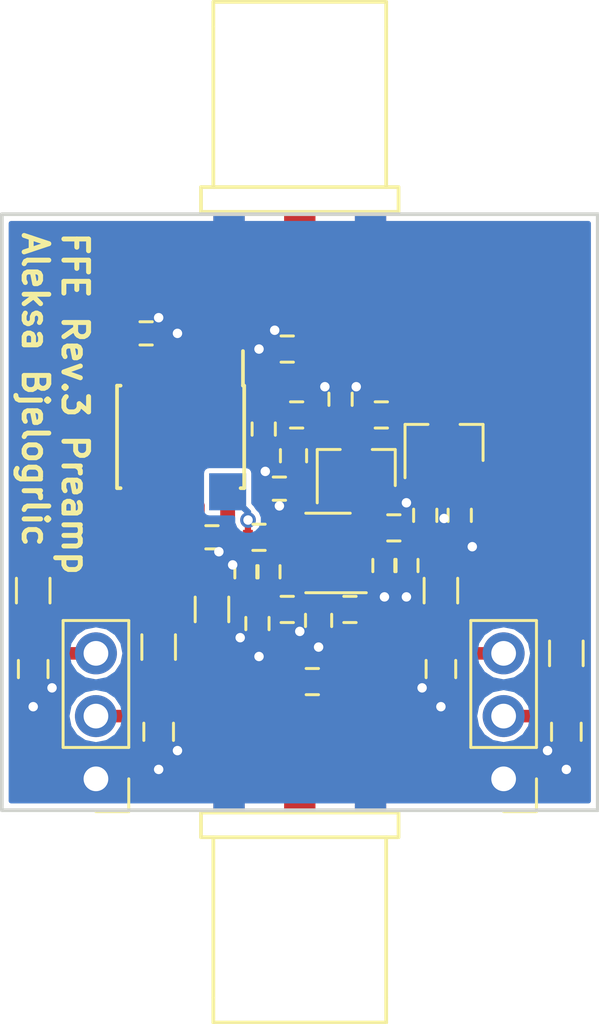
<source format=kicad_pcb>
(kicad_pcb (version 4) (host pcbnew 4.0.7)

  (general
    (links 77)
    (no_connects 8)
    (area 125.2076 88.332599 151.7524 130.107401)
    (thickness 1.6)
    (drawings 5)
    (tracks 202)
    (zones 0)
    (modules 40)
    (nets 20)
  )

  (page A4)
  (layers
    (0 F.Cu signal)
    (31 B.Cu signal)
    (35 F.Paste user)
    (36 B.SilkS user)
    (37 F.SilkS user)
    (38 B.Mask user)
    (39 F.Mask user)
    (44 Edge.Cuts user)
  )

  (setup
    (last_trace_width 0.254)
    (trace_clearance 0.1524)
    (zone_clearance 0.2)
    (zone_45_only yes)
    (trace_min 0.2)
    (segment_width 0.2)
    (edge_width 0.15)
    (via_size 0.635)
    (via_drill 0.381)
    (via_min_size 0.4)
    (via_min_drill 0.3)
    (uvia_size 0.3)
    (uvia_drill 0.1)
    (uvias_allowed no)
    (uvia_min_size 0.2)
    (uvia_min_drill 0.1)
    (pcb_text_width 0.3)
    (pcb_text_size 1.5 1.5)
    (mod_edge_width 0.15)
    (mod_text_size 1 1)
    (mod_text_width 0.15)
    (pad_size 1.27 4.2)
    (pad_drill 0)
    (pad_to_mask_clearance 0.0508)
    (pad_to_paste_clearance_ratio -0.001)
    (aux_axis_origin 0 0)
    (visible_elements 7FFEFF7F)
    (pcbplotparams
      (layerselection 0x01008_00000000)
      (usegerberextensions false)
      (excludeedgelayer true)
      (linewidth 0.100000)
      (plotframeref false)
      (viasonmask false)
      (mode 1)
      (useauxorigin false)
      (hpglpennumber 1)
      (hpglpenspeed 20)
      (hpglpendiameter 15)
      (hpglpenoverlay 2)
      (psnegative false)
      (psa4output false)
      (plotreference false)
      (plotvalue false)
      (plotinvisibletext false)
      (padsonsilk false)
      (subtractmaskfromsilk false)
      (outputformat 1)
      (mirror false)
      (drillshape 0)
      (scaleselection 1)
      (outputdirectory Gerbers/))
  )

  (net 0 "")
  (net 1 "Net-(C1-Pad1)")
  (net 2 GND)
  (net 3 "Net-(C2-Pad1)")
  (net 4 "Net-(C3-Pad1)")
  (net 5 "Net-(C3-Pad2)")
  (net 6 "Net-(C4-Pad1)")
  (net 7 VDD)
  (net 8 VSS)
  (net 9 /BUFFER)
  (net 10 "Net-(J2-Pad1)")
  (net 11 "Net-(Q1-Pad2)")
  (net 12 "Net-(Q2-Pad2)")
  (net 13 "Net-(R2-Pad2)")
  (net 14 "Net-(R3-Pad1)")
  (net 15 /DIS)
  (net 16 -5VA)
  (net 17 +5VA)
  (net 18 "Net-(R10-Pad2)")
  (net 19 "Net-(L3-Pad2)")

  (net_class Default "This is the default net class."
    (clearance 0.1524)
    (trace_width 0.254)
    (via_dia 0.635)
    (via_drill 0.381)
    (uvia_dia 0.3)
    (uvia_drill 0.1)
    (add_net /BUFFER)
    (add_net /DIS)
    (add_net GND)
    (add_net "Net-(C1-Pad1)")
    (add_net "Net-(C2-Pad1)")
    (add_net "Net-(C3-Pad1)")
    (add_net "Net-(C3-Pad2)")
    (add_net "Net-(C4-Pad1)")
    (add_net "Net-(J2-Pad1)")
    (add_net "Net-(Q1-Pad2)")
    (add_net "Net-(Q2-Pad2)")
    (add_net "Net-(R10-Pad2)")
    (add_net "Net-(R2-Pad2)")
    (add_net "Net-(R3-Pad1)")
  )

  (net_class PWR ""
    (clearance 0.1524)
    (trace_width 0.508)
    (via_dia 0.6)
    (via_drill 0.4)
    (uvia_dia 0.3)
    (uvia_drill 0.1)
    (add_net +5VA)
    (add_net -5VA)
    (add_net "Net-(L3-Pad2)")
    (add_net VDD)
    (add_net VSS)
  )

  (module Resistors_SMD:R_0603 (layer F.Cu) (tedit 5C1ACD23) (tstamp 5C1AC51D)
    (at 134.874 113.157 90)
    (descr "Resistor SMD 0603, reflow soldering, Vishay (see dcrcw.pdf)")
    (tags "resistor 0603")
    (path /5C1B71E6)
    (attr smd)
    (fp_text reference R11 (at 0 -1.45 90) (layer F.SilkS) hide
      (effects (font (size 1 1) (thickness 0.15)))
    )
    (fp_text value 0 (at 0 1.5 90) (layer F.Fab)
      (effects (font (size 1 1) (thickness 0.15)))
    )
    (fp_text user %R (at 0 0 90) (layer F.Fab)
      (effects (font (size 0.4 0.4) (thickness 0.075)))
    )
    (fp_line (start -0.8 0.4) (end -0.8 -0.4) (layer F.Fab) (width 0.1))
    (fp_line (start 0.8 0.4) (end -0.8 0.4) (layer F.Fab) (width 0.1))
    (fp_line (start 0.8 -0.4) (end 0.8 0.4) (layer F.Fab) (width 0.1))
    (fp_line (start -0.8 -0.4) (end 0.8 -0.4) (layer F.Fab) (width 0.1))
    (fp_line (start 0.5 0.68) (end -0.5 0.68) (layer F.SilkS) (width 0.12))
    (fp_line (start -0.5 -0.68) (end 0.5 -0.68) (layer F.SilkS) (width 0.12))
    (fp_line (start -1.25 -0.7) (end 1.25 -0.7) (layer F.CrtYd) (width 0.05))
    (fp_line (start -1.25 -0.7) (end -1.25 0.7) (layer F.CrtYd) (width 0.05))
    (fp_line (start 1.25 0.7) (end 1.25 -0.7) (layer F.CrtYd) (width 0.05))
    (fp_line (start 1.25 0.7) (end -1.25 0.7) (layer F.CrtYd) (width 0.05))
    (pad 1 smd rect (at -0.75 0 90) (size 0.5 0.9) (layers F.Cu F.Paste F.Mask)
      (net 19 "Net-(L3-Pad2)"))
    (pad 2 smd rect (at 0.75 0 90) (size 0.5 0.9) (layers F.Cu F.Paste F.Mask)
      (net 7 VDD))
    (model ${KISYS3DMOD}/Resistors_SMD.3dshapes/R_0603.wrl
      (at (xyz 0 0 0))
      (scale (xyz 1 1 1))
      (rotate (xyz 0 0 0))
    )
  )

  (module Measurement_Points:Measurement_Point_Square-SMD-Pad_Big (layer B.Cu) (tedit 5C1ACDE6) (tstamp 5C1ABF84)
    (at 135.509 108.3945)
    (descr "Mesurement Point, Square, SMD Pad,  3mm x 3mm,")
    (tags "Mesurement Point Square SMD Pad 3x3mm")
    (path /5C1B64EF)
    (attr virtual)
    (fp_text reference TP1 (at 0 3) (layer B.SilkS) hide
      (effects (font (size 1 1) (thickness 0.15)) (justify mirror))
    )
    (fp_text value TEST (at 0 -3) (layer B.Fab)
      (effects (font (size 1 1) (thickness 0.15)) (justify mirror))
    )
    (fp_line (start -1.75 1.75) (end 1.75 1.75) (layer B.CrtYd) (width 0.05))
    (fp_line (start 1.75 1.75) (end 1.75 -1.75) (layer B.CrtYd) (width 0.05))
    (fp_line (start 1.75 -1.75) (end -1.75 -1.75) (layer B.CrtYd) (width 0.05))
    (fp_line (start -1.75 -1.75) (end -1.75 1.75) (layer B.CrtYd) (width 0.05))
    (pad 1 smd rect (at 0 0) (size 1.5 1.5) (layers B.Cu B.Mask)
      (net 18 "Net-(R10-Pad2)"))
  )

  (module Resistors_SMD:R_0603 (layer F.Cu) (tedit 5C1ACD0D) (tstamp 5C1AB315)
    (at 127.635 112.395 90)
    (descr "Resistor SMD 0603, reflow soldering, Vishay (see dcrcw.pdf)")
    (tags "resistor 0603")
    (path /5C1B5943)
    (attr smd)
    (fp_text reference L4 (at 0 -1.45 90) (layer F.SilkS) hide
      (effects (font (size 1 1) (thickness 0.15)))
    )
    (fp_text value Ferrite_Bead_Small (at 0 1.5 90) (layer F.Fab)
      (effects (font (size 1 1) (thickness 0.15)))
    )
    (fp_text user %R (at 0 0 90) (layer F.Fab)
      (effects (font (size 0.4 0.4) (thickness 0.075)))
    )
    (fp_line (start -0.8 0.4) (end -0.8 -0.4) (layer F.Fab) (width 0.1))
    (fp_line (start 0.8 0.4) (end -0.8 0.4) (layer F.Fab) (width 0.1))
    (fp_line (start 0.8 -0.4) (end 0.8 0.4) (layer F.Fab) (width 0.1))
    (fp_line (start -0.8 -0.4) (end 0.8 -0.4) (layer F.Fab) (width 0.1))
    (fp_line (start 0.5 0.68) (end -0.5 0.68) (layer F.SilkS) (width 0.12))
    (fp_line (start -0.5 -0.68) (end 0.5 -0.68) (layer F.SilkS) (width 0.12))
    (fp_line (start -1.25 -0.7) (end 1.25 -0.7) (layer F.CrtYd) (width 0.05))
    (fp_line (start -1.25 -0.7) (end -1.25 0.7) (layer F.CrtYd) (width 0.05))
    (fp_line (start 1.25 0.7) (end 1.25 -0.7) (layer F.CrtYd) (width 0.05))
    (fp_line (start 1.25 0.7) (end -1.25 0.7) (layer F.CrtYd) (width 0.05))
    (pad 1 smd rect (at -0.75 0 90) (size 0.5 0.9) (layers F.Cu F.Paste F.Mask)
      (net 16 -5VA))
    (pad 2 smd rect (at 0.75 0 90) (size 0.5 0.9) (layers F.Cu F.Paste F.Mask)
      (net 8 VSS))
    (model ${KISYS3DMOD}/Resistors_SMD.3dshapes/R_0603.wrl
      (at (xyz 0 0 0))
      (scale (xyz 1 1 1))
      (rotate (xyz 0 0 0))
    )
  )

  (module Resistors_SMD:R_0603 (layer F.Cu) (tedit 5C1ACD34) (tstamp 5C1AB30F)
    (at 132.715 114.681 90)
    (descr "Resistor SMD 0603, reflow soldering, Vishay (see dcrcw.pdf)")
    (tags "resistor 0603")
    (path /5C1B5485)
    (attr smd)
    (fp_text reference L3 (at 0 -1.45 90) (layer F.SilkS) hide
      (effects (font (size 1 1) (thickness 0.15)))
    )
    (fp_text value Ferrite_Bead_Small (at 0 1.5 90) (layer F.Fab)
      (effects (font (size 1 1) (thickness 0.15)))
    )
    (fp_text user %R (at 0 0 90) (layer F.Fab)
      (effects (font (size 0.4 0.4) (thickness 0.075)))
    )
    (fp_line (start -0.8 0.4) (end -0.8 -0.4) (layer F.Fab) (width 0.1))
    (fp_line (start 0.8 0.4) (end -0.8 0.4) (layer F.Fab) (width 0.1))
    (fp_line (start 0.8 -0.4) (end 0.8 0.4) (layer F.Fab) (width 0.1))
    (fp_line (start -0.8 -0.4) (end 0.8 -0.4) (layer F.Fab) (width 0.1))
    (fp_line (start 0.5 0.68) (end -0.5 0.68) (layer F.SilkS) (width 0.12))
    (fp_line (start -0.5 -0.68) (end 0.5 -0.68) (layer F.SilkS) (width 0.12))
    (fp_line (start -1.25 -0.7) (end 1.25 -0.7) (layer F.CrtYd) (width 0.05))
    (fp_line (start -1.25 -0.7) (end -1.25 0.7) (layer F.CrtYd) (width 0.05))
    (fp_line (start 1.25 0.7) (end 1.25 -0.7) (layer F.CrtYd) (width 0.05))
    (fp_line (start 1.25 0.7) (end -1.25 0.7) (layer F.CrtYd) (width 0.05))
    (pad 1 smd rect (at -0.75 0 90) (size 0.5 0.9) (layers F.Cu F.Paste F.Mask)
      (net 17 +5VA))
    (pad 2 smd rect (at 0.75 0 90) (size 0.5 0.9) (layers F.Cu F.Paste F.Mask)
      (net 19 "Net-(L3-Pad2)"))
    (model ${KISYS3DMOD}/Resistors_SMD.3dshapes/R_0603.wrl
      (at (xyz 0 0 0))
      (scale (xyz 1 1 1))
      (rotate (xyz 0 0 0))
    )
  )

  (module Pin_Headers:Pin_Header_Straight_1x03_Pitch2.54mm (layer F.Cu) (tedit 5C1ACD13) (tstamp 5C1AAC5D)
    (at 146.685 120.015 180)
    (descr "Through hole straight pin header, 1x03, 2.54mm pitch, single row")
    (tags "Through hole pin header THT 1x03 2.54mm single row")
    (path /5C1B3ACB)
    (fp_text reference J4 (at 0 -2.33 180) (layer F.SilkS) hide
      (effects (font (size 1 1) (thickness 0.15)))
    )
    (fp_text value Conn_01x03 (at 0 7.41 180) (layer F.Fab)
      (effects (font (size 1 1) (thickness 0.15)))
    )
    (fp_line (start -0.635 -1.27) (end 1.27 -1.27) (layer F.Fab) (width 0.1))
    (fp_line (start 1.27 -1.27) (end 1.27 6.35) (layer F.Fab) (width 0.1))
    (fp_line (start 1.27 6.35) (end -1.27 6.35) (layer F.Fab) (width 0.1))
    (fp_line (start -1.27 6.35) (end -1.27 -0.635) (layer F.Fab) (width 0.1))
    (fp_line (start -1.27 -0.635) (end -0.635 -1.27) (layer F.Fab) (width 0.1))
    (fp_line (start -1.33 6.41) (end 1.33 6.41) (layer F.SilkS) (width 0.12))
    (fp_line (start -1.33 1.27) (end -1.33 6.41) (layer F.SilkS) (width 0.12))
    (fp_line (start 1.33 1.27) (end 1.33 6.41) (layer F.SilkS) (width 0.12))
    (fp_line (start -1.33 1.27) (end 1.33 1.27) (layer F.SilkS) (width 0.12))
    (fp_line (start -1.33 0) (end -1.33 -1.33) (layer F.SilkS) (width 0.12))
    (fp_line (start -1.33 -1.33) (end 0 -1.33) (layer F.SilkS) (width 0.12))
    (fp_line (start -1.8 -1.8) (end -1.8 6.85) (layer F.CrtYd) (width 0.05))
    (fp_line (start -1.8 6.85) (end 1.8 6.85) (layer F.CrtYd) (width 0.05))
    (fp_line (start 1.8 6.85) (end 1.8 -1.8) (layer F.CrtYd) (width 0.05))
    (fp_line (start 1.8 -1.8) (end -1.8 -1.8) (layer F.CrtYd) (width 0.05))
    (fp_text user %R (at 0 2.54 270) (layer F.Fab)
      (effects (font (size 1 1) (thickness 0.15)))
    )
    (pad 1 thru_hole rect (at 0 0 180) (size 1.7 1.7) (drill 1) (layers *.Cu *.Mask)
      (net 2 GND))
    (pad 2 thru_hole oval (at 0 2.54 180) (size 1.7 1.7) (drill 1) (layers *.Cu *.Mask)
      (net 17 +5VA))
    (pad 3 thru_hole oval (at 0 5.08 180) (size 1.7 1.7) (drill 1) (layers *.Cu *.Mask)
      (net 16 -5VA))
    (model ${KISYS3DMOD}/Pin_Headers.3dshapes/Pin_Header_Straight_1x03_Pitch2.54mm.wrl
      (at (xyz 0 0 0))
      (scale (xyz 1 1 1))
      (rotate (xyz 0 0 0))
    )
  )

  (module Pin_Headers:Pin_Header_Straight_1x03_Pitch2.54mm (layer F.Cu) (tedit 5C1ACD10) (tstamp 5C1AAC56)
    (at 130.175 120.015 180)
    (descr "Through hole straight pin header, 1x03, 2.54mm pitch, single row")
    (tags "Through hole pin header THT 1x03 2.54mm single row")
    (path /5C1AFBAE)
    (fp_text reference J3 (at 0 -2.33 180) (layer F.SilkS) hide
      (effects (font (size 1 1) (thickness 0.15)))
    )
    (fp_text value Conn_01x03 (at 0 7.41 180) (layer F.Fab)
      (effects (font (size 1 1) (thickness 0.15)))
    )
    (fp_line (start -0.635 -1.27) (end 1.27 -1.27) (layer F.Fab) (width 0.1))
    (fp_line (start 1.27 -1.27) (end 1.27 6.35) (layer F.Fab) (width 0.1))
    (fp_line (start 1.27 6.35) (end -1.27 6.35) (layer F.Fab) (width 0.1))
    (fp_line (start -1.27 6.35) (end -1.27 -0.635) (layer F.Fab) (width 0.1))
    (fp_line (start -1.27 -0.635) (end -0.635 -1.27) (layer F.Fab) (width 0.1))
    (fp_line (start -1.33 6.41) (end 1.33 6.41) (layer F.SilkS) (width 0.12))
    (fp_line (start -1.33 1.27) (end -1.33 6.41) (layer F.SilkS) (width 0.12))
    (fp_line (start 1.33 1.27) (end 1.33 6.41) (layer F.SilkS) (width 0.12))
    (fp_line (start -1.33 1.27) (end 1.33 1.27) (layer F.SilkS) (width 0.12))
    (fp_line (start -1.33 0) (end -1.33 -1.33) (layer F.SilkS) (width 0.12))
    (fp_line (start -1.33 -1.33) (end 0 -1.33) (layer F.SilkS) (width 0.12))
    (fp_line (start -1.8 -1.8) (end -1.8 6.85) (layer F.CrtYd) (width 0.05))
    (fp_line (start -1.8 6.85) (end 1.8 6.85) (layer F.CrtYd) (width 0.05))
    (fp_line (start 1.8 6.85) (end 1.8 -1.8) (layer F.CrtYd) (width 0.05))
    (fp_line (start 1.8 -1.8) (end -1.8 -1.8) (layer F.CrtYd) (width 0.05))
    (fp_text user %R (at 0 2.54 270) (layer F.Fab)
      (effects (font (size 1 1) (thickness 0.15)))
    )
    (pad 1 thru_hole rect (at 0 0 180) (size 1.7 1.7) (drill 1) (layers *.Cu *.Mask)
      (net 2 GND))
    (pad 2 thru_hole oval (at 0 2.54 180) (size 1.7 1.7) (drill 1) (layers *.Cu *.Mask)
      (net 17 +5VA))
    (pad 3 thru_hole oval (at 0 5.08 180) (size 1.7 1.7) (drill 1) (layers *.Cu *.Mask)
      (net 16 -5VA))
    (model ${KISYS3DMOD}/Pin_Headers.3dshapes/Pin_Header_Straight_1x03_Pitch2.54mm.wrl
      (at (xyz 0 0 0))
      (scale (xyz 1 1 1))
      (rotate (xyz 0 0 0))
    )
  )

  (module Capacitors_SMD:C_0603 (layer F.Cu) (tedit 5C1ACD29) (tstamp 5C1AAC4F)
    (at 132.715 118.11 270)
    (descr "Capacitor SMD 0603, reflow soldering, AVX (see smccp.pdf)")
    (tags "capacitor 0603")
    (path /5C1B3AD7)
    (attr smd)
    (fp_text reference C16 (at 0 -1.5 270) (layer F.SilkS) hide
      (effects (font (size 1 1) (thickness 0.15)))
    )
    (fp_text value 10uF (at 0 1.5 270) (layer F.Fab)
      (effects (font (size 1 1) (thickness 0.15)))
    )
    (fp_line (start 1.4 0.65) (end -1.4 0.65) (layer F.CrtYd) (width 0.05))
    (fp_line (start 1.4 0.65) (end 1.4 -0.65) (layer F.CrtYd) (width 0.05))
    (fp_line (start -1.4 -0.65) (end -1.4 0.65) (layer F.CrtYd) (width 0.05))
    (fp_line (start -1.4 -0.65) (end 1.4 -0.65) (layer F.CrtYd) (width 0.05))
    (fp_line (start 0.35 0.6) (end -0.35 0.6) (layer F.SilkS) (width 0.12))
    (fp_line (start -0.35 -0.6) (end 0.35 -0.6) (layer F.SilkS) (width 0.12))
    (fp_line (start -0.8 -0.4) (end 0.8 -0.4) (layer F.Fab) (width 0.1))
    (fp_line (start 0.8 -0.4) (end 0.8 0.4) (layer F.Fab) (width 0.1))
    (fp_line (start 0.8 0.4) (end -0.8 0.4) (layer F.Fab) (width 0.1))
    (fp_line (start -0.8 0.4) (end -0.8 -0.4) (layer F.Fab) (width 0.1))
    (fp_text user %R (at 0 0 270) (layer F.Fab)
      (effects (font (size 0.3 0.3) (thickness 0.075)))
    )
    (pad 2 smd rect (at 0.75 0 270) (size 0.8 0.75) (layers F.Cu F.Paste F.Mask)
      (net 2 GND))
    (pad 1 smd rect (at -0.75 0 270) (size 0.8 0.75) (layers F.Cu F.Paste F.Mask)
      (net 17 +5VA))
    (model Capacitors_SMD.3dshapes/C_0603.wrl
      (at (xyz 0 0 0))
      (scale (xyz 1 1 1))
      (rotate (xyz 0 0 0))
    )
  )

  (module Capacitors_SMD:C_0603 (layer F.Cu) (tedit 5C1ACD26) (tstamp 5C1AAC49)
    (at 127.635 115.57 270)
    (descr "Capacitor SMD 0603, reflow soldering, AVX (see smccp.pdf)")
    (tags "capacitor 0603")
    (path /5C1B3AE3)
    (attr smd)
    (fp_text reference C15 (at 0 -1.5 270) (layer F.SilkS) hide
      (effects (font (size 1 1) (thickness 0.15)))
    )
    (fp_text value 10uF (at 0 1.5 270) (layer F.Fab)
      (effects (font (size 1 1) (thickness 0.15)))
    )
    (fp_line (start 1.4 0.65) (end -1.4 0.65) (layer F.CrtYd) (width 0.05))
    (fp_line (start 1.4 0.65) (end 1.4 -0.65) (layer F.CrtYd) (width 0.05))
    (fp_line (start -1.4 -0.65) (end -1.4 0.65) (layer F.CrtYd) (width 0.05))
    (fp_line (start -1.4 -0.65) (end 1.4 -0.65) (layer F.CrtYd) (width 0.05))
    (fp_line (start 0.35 0.6) (end -0.35 0.6) (layer F.SilkS) (width 0.12))
    (fp_line (start -0.35 -0.6) (end 0.35 -0.6) (layer F.SilkS) (width 0.12))
    (fp_line (start -0.8 -0.4) (end 0.8 -0.4) (layer F.Fab) (width 0.1))
    (fp_line (start 0.8 -0.4) (end 0.8 0.4) (layer F.Fab) (width 0.1))
    (fp_line (start 0.8 0.4) (end -0.8 0.4) (layer F.Fab) (width 0.1))
    (fp_line (start -0.8 0.4) (end -0.8 -0.4) (layer F.Fab) (width 0.1))
    (fp_text user %R (at 0 0 270) (layer F.Fab)
      (effects (font (size 0.3 0.3) (thickness 0.075)))
    )
    (pad 2 smd rect (at 0.75 0 270) (size 0.8 0.75) (layers F.Cu F.Paste F.Mask)
      (net 2 GND))
    (pad 1 smd rect (at -0.75 0 270) (size 0.8 0.75) (layers F.Cu F.Paste F.Mask)
      (net 16 -5VA))
    (model Capacitors_SMD.3dshapes/C_0603.wrl
      (at (xyz 0 0 0))
      (scale (xyz 1 1 1))
      (rotate (xyz 0 0 0))
    )
  )

  (module Capacitors_SMD:C_0603 (layer F.Cu) (tedit 5C1ACD1E) (tstamp 5C1AAC43)
    (at 149.225 118.11 270)
    (descr "Capacitor SMD 0603, reflow soldering, AVX (see smccp.pdf)")
    (tags "capacitor 0603")
    (path /5C1B298F)
    (attr smd)
    (fp_text reference C14 (at 0 -1.5 270) (layer F.SilkS) hide
      (effects (font (size 1 1) (thickness 0.15)))
    )
    (fp_text value 10uF (at 0 1.5 270) (layer F.Fab)
      (effects (font (size 1 1) (thickness 0.15)))
    )
    (fp_line (start 1.4 0.65) (end -1.4 0.65) (layer F.CrtYd) (width 0.05))
    (fp_line (start 1.4 0.65) (end 1.4 -0.65) (layer F.CrtYd) (width 0.05))
    (fp_line (start -1.4 -0.65) (end -1.4 0.65) (layer F.CrtYd) (width 0.05))
    (fp_line (start -1.4 -0.65) (end 1.4 -0.65) (layer F.CrtYd) (width 0.05))
    (fp_line (start 0.35 0.6) (end -0.35 0.6) (layer F.SilkS) (width 0.12))
    (fp_line (start -0.35 -0.6) (end 0.35 -0.6) (layer F.SilkS) (width 0.12))
    (fp_line (start -0.8 -0.4) (end 0.8 -0.4) (layer F.Fab) (width 0.1))
    (fp_line (start 0.8 -0.4) (end 0.8 0.4) (layer F.Fab) (width 0.1))
    (fp_line (start 0.8 0.4) (end -0.8 0.4) (layer F.Fab) (width 0.1))
    (fp_line (start -0.8 0.4) (end -0.8 -0.4) (layer F.Fab) (width 0.1))
    (fp_text user %R (at 0 0 270) (layer F.Fab)
      (effects (font (size 0.3 0.3) (thickness 0.075)))
    )
    (pad 2 smd rect (at 0.75 0 270) (size 0.8 0.75) (layers F.Cu F.Paste F.Mask)
      (net 2 GND))
    (pad 1 smd rect (at -0.75 0 270) (size 0.8 0.75) (layers F.Cu F.Paste F.Mask)
      (net 17 +5VA))
    (model Capacitors_SMD.3dshapes/C_0603.wrl
      (at (xyz 0 0 0))
      (scale (xyz 1 1 1))
      (rotate (xyz 0 0 0))
    )
  )

  (module Capacitors_SMD:C_0603 (layer F.Cu) (tedit 5C1ACD2D) (tstamp 5C1AAC3D)
    (at 144.145 115.57 270)
    (descr "Capacitor SMD 0603, reflow soldering, AVX (see smccp.pdf)")
    (tags "capacitor 0603")
    (path /5C1B2D1A)
    (attr smd)
    (fp_text reference C13 (at 0 -1.5 270) (layer F.SilkS) hide
      (effects (font (size 1 1) (thickness 0.15)))
    )
    (fp_text value 10uF (at 0 1.5 270) (layer F.Fab)
      (effects (font (size 1 1) (thickness 0.15)))
    )
    (fp_line (start 1.4 0.65) (end -1.4 0.65) (layer F.CrtYd) (width 0.05))
    (fp_line (start 1.4 0.65) (end 1.4 -0.65) (layer F.CrtYd) (width 0.05))
    (fp_line (start -1.4 -0.65) (end -1.4 0.65) (layer F.CrtYd) (width 0.05))
    (fp_line (start -1.4 -0.65) (end 1.4 -0.65) (layer F.CrtYd) (width 0.05))
    (fp_line (start 0.35 0.6) (end -0.35 0.6) (layer F.SilkS) (width 0.12))
    (fp_line (start -0.35 -0.6) (end 0.35 -0.6) (layer F.SilkS) (width 0.12))
    (fp_line (start -0.8 -0.4) (end 0.8 -0.4) (layer F.Fab) (width 0.1))
    (fp_line (start 0.8 -0.4) (end 0.8 0.4) (layer F.Fab) (width 0.1))
    (fp_line (start 0.8 0.4) (end -0.8 0.4) (layer F.Fab) (width 0.1))
    (fp_line (start -0.8 0.4) (end -0.8 -0.4) (layer F.Fab) (width 0.1))
    (fp_text user %R (at 0 0 270) (layer F.Fab)
      (effects (font (size 0.3 0.3) (thickness 0.075)))
    )
    (pad 2 smd rect (at 0.75 0 270) (size 0.8 0.75) (layers F.Cu F.Paste F.Mask)
      (net 2 GND))
    (pad 1 smd rect (at -0.75 0 270) (size 0.8 0.75) (layers F.Cu F.Paste F.Mask)
      (net 16 -5VA))
    (model Capacitors_SMD.3dshapes/C_0603.wrl
      (at (xyz 0 0 0))
      (scale (xyz 1 1 1))
      (rotate (xyz 0 0 0))
    )
  )

  (module Housings_SOIC:SOIC-8_3.9x4.9mm_Pitch1.27mm (layer F.Cu) (tedit 5C1ACD75) (tstamp 5C1A9E99)
    (at 133.604 106.172 270)
    (descr "8-Lead Plastic Small Outline (SN) - Narrow, 3.90 mm Body [SOIC] (see Microchip Packaging Specification 00000049BS.pdf)")
    (tags "SOIC 1.27")
    (path /5C1AD015)
    (attr smd)
    (fp_text reference U2 (at 0 -3.5 270) (layer F.SilkS) hide
      (effects (font (size 1 1) (thickness 0.15)))
    )
    (fp_text value OP07 (at 0 3.5 270) (layer F.Fab)
      (effects (font (size 1 1) (thickness 0.15)))
    )
    (fp_text user %R (at 0 0 270) (layer F.Fab)
      (effects (font (size 1 1) (thickness 0.15)))
    )
    (fp_line (start -0.95 -2.45) (end 1.95 -2.45) (layer F.Fab) (width 0.1))
    (fp_line (start 1.95 -2.45) (end 1.95 2.45) (layer F.Fab) (width 0.1))
    (fp_line (start 1.95 2.45) (end -1.95 2.45) (layer F.Fab) (width 0.1))
    (fp_line (start -1.95 2.45) (end -1.95 -1.45) (layer F.Fab) (width 0.1))
    (fp_line (start -1.95 -1.45) (end -0.95 -2.45) (layer F.Fab) (width 0.1))
    (fp_line (start -3.73 -2.7) (end -3.73 2.7) (layer F.CrtYd) (width 0.05))
    (fp_line (start 3.73 -2.7) (end 3.73 2.7) (layer F.CrtYd) (width 0.05))
    (fp_line (start -3.73 -2.7) (end 3.73 -2.7) (layer F.CrtYd) (width 0.05))
    (fp_line (start -3.73 2.7) (end 3.73 2.7) (layer F.CrtYd) (width 0.05))
    (fp_line (start -2.075 -2.575) (end -2.075 -2.525) (layer F.SilkS) (width 0.15))
    (fp_line (start 2.075 -2.575) (end 2.075 -2.43) (layer F.SilkS) (width 0.15))
    (fp_line (start 2.075 2.575) (end 2.075 2.43) (layer F.SilkS) (width 0.15))
    (fp_line (start -2.075 2.575) (end -2.075 2.43) (layer F.SilkS) (width 0.15))
    (fp_line (start -2.075 -2.575) (end 2.075 -2.575) (layer F.SilkS) (width 0.15))
    (fp_line (start -2.075 2.575) (end 2.075 2.575) (layer F.SilkS) (width 0.15))
    (fp_line (start -2.075 -2.525) (end -3.475 -2.525) (layer F.SilkS) (width 0.15))
    (pad 1 smd rect (at -2.7 -1.905 270) (size 1.55 0.6) (layers F.Cu F.Paste F.Mask))
    (pad 2 smd rect (at -2.7 -0.635 270) (size 1.55 0.6) (layers F.Cu F.Paste F.Mask)
      (net 5 "Net-(C3-Pad2)"))
    (pad 3 smd rect (at -2.7 0.635 270) (size 1.55 0.6) (layers F.Cu F.Paste F.Mask)
      (net 1 "Net-(C1-Pad1)"))
    (pad 4 smd rect (at -2.7 1.905 270) (size 1.55 0.6) (layers F.Cu F.Paste F.Mask)
      (net 8 VSS))
    (pad 5 smd rect (at 2.7 1.905 270) (size 1.55 0.6) (layers F.Cu F.Paste F.Mask))
    (pad 6 smd rect (at 2.7 0.635 270) (size 1.55 0.6) (layers F.Cu F.Paste F.Mask)
      (net 4 "Net-(C3-Pad1)"))
    (pad 7 smd rect (at 2.7 -0.635 270) (size 1.55 0.6) (layers F.Cu F.Paste F.Mask)
      (net 7 VDD))
    (pad 8 smd rect (at 2.7 -1.905 270) (size 1.55 0.6) (layers F.Cu F.Paste F.Mask))
    (model ${KISYS3DMOD}/Housings_SOIC.3dshapes/SOIC-8_3.9x4.9mm_Pitch1.27mm.wrl
      (at (xyz 0 0 0))
      (scale (xyz 1 1 1))
      (rotate (xyz 0 0 0))
    )
  )

  (module TO_SOT_Packages_SMD:SOT-23-6 (layer F.Cu) (tedit 5C1ACD40) (tstamp 5C1A9E8D)
    (at 139.573 110.871 180)
    (descr "6-pin SOT-23 package")
    (tags SOT-23-6)
    (path /5C1AD01F)
    (attr smd)
    (fp_text reference U1 (at 0 -2.9 180) (layer F.SilkS) hide
      (effects (font (size 1 1) (thickness 0.15)))
    )
    (fp_text value TBD (at 0 2.9 180) (layer F.Fab)
      (effects (font (size 1 1) (thickness 0.15)))
    )
    (fp_text user %R (at 0 0 270) (layer F.Fab)
      (effects (font (size 0.5 0.5) (thickness 0.075)))
    )
    (fp_line (start -0.9 1.61) (end 0.9 1.61) (layer F.SilkS) (width 0.12))
    (fp_line (start 0.9 -1.61) (end -1.55 -1.61) (layer F.SilkS) (width 0.12))
    (fp_line (start 1.9 -1.8) (end -1.9 -1.8) (layer F.CrtYd) (width 0.05))
    (fp_line (start 1.9 1.8) (end 1.9 -1.8) (layer F.CrtYd) (width 0.05))
    (fp_line (start -1.9 1.8) (end 1.9 1.8) (layer F.CrtYd) (width 0.05))
    (fp_line (start -1.9 -1.8) (end -1.9 1.8) (layer F.CrtYd) (width 0.05))
    (fp_line (start -0.9 -0.9) (end -0.25 -1.55) (layer F.Fab) (width 0.1))
    (fp_line (start 0.9 -1.55) (end -0.25 -1.55) (layer F.Fab) (width 0.1))
    (fp_line (start -0.9 -0.9) (end -0.9 1.55) (layer F.Fab) (width 0.1))
    (fp_line (start 0.9 1.55) (end -0.9 1.55) (layer F.Fab) (width 0.1))
    (fp_line (start 0.9 -1.55) (end 0.9 1.55) (layer F.Fab) (width 0.1))
    (pad 1 smd rect (at -1.1 -0.95 180) (size 1.06 0.65) (layers F.Cu F.Paste F.Mask)
      (net 13 "Net-(R2-Pad2)"))
    (pad 2 smd rect (at -1.1 0 180) (size 1.06 0.65) (layers F.Cu F.Paste F.Mask)
      (net 8 VSS))
    (pad 3 smd rect (at -1.1 0.95 180) (size 1.06 0.65) (layers F.Cu F.Paste F.Mask)
      (net 11 "Net-(Q1-Pad2)"))
    (pad 4 smd rect (at 1.1 0.95 180) (size 1.06 0.65) (layers F.Cu F.Paste F.Mask)
      (net 14 "Net-(R3-Pad1)"))
    (pad 6 smd rect (at 1.1 -0.95 180) (size 1.06 0.65) (layers F.Cu F.Paste F.Mask)
      (net 7 VDD))
    (pad 5 smd rect (at 1.1 0 180) (size 1.06 0.65) (layers F.Cu F.Paste F.Mask)
      (net 15 /DIS))
    (model ${KISYS3DMOD}/TO_SOT_Packages_SMD.3dshapes/SOT-23-6.wrl
      (at (xyz 0 0 0))
      (scale (xyz 1 1 1))
      (rotate (xyz 0 0 0))
    )
  )

  (module Resistors_SMD:R_0402 (layer F.Cu) (tedit 5C1ACD8C) (tstamp 5C1A9E7D)
    (at 136.779 110.236 180)
    (descr "Resistor SMD 0402, reflow soldering, Vishay (see dcrcw.pdf)")
    (tags "resistor 0402")
    (path /5C1AD024)
    (attr smd)
    (fp_text reference R10 (at 0 -1.35 180) (layer F.SilkS) hide
      (effects (font (size 1 1) (thickness 0.15)))
    )
    (fp_text value 10k (at 0 1.45 180) (layer F.Fab)
      (effects (font (size 1 1) (thickness 0.15)))
    )
    (fp_text user %R (at 0 -1.35 180) (layer F.Fab)
      (effects (font (size 1 1) (thickness 0.15)))
    )
    (fp_line (start -0.5 0.25) (end -0.5 -0.25) (layer F.Fab) (width 0.1))
    (fp_line (start 0.5 0.25) (end -0.5 0.25) (layer F.Fab) (width 0.1))
    (fp_line (start 0.5 -0.25) (end 0.5 0.25) (layer F.Fab) (width 0.1))
    (fp_line (start -0.5 -0.25) (end 0.5 -0.25) (layer F.Fab) (width 0.1))
    (fp_line (start 0.25 -0.53) (end -0.25 -0.53) (layer F.SilkS) (width 0.12))
    (fp_line (start -0.25 0.53) (end 0.25 0.53) (layer F.SilkS) (width 0.12))
    (fp_line (start -0.8 -0.45) (end 0.8 -0.45) (layer F.CrtYd) (width 0.05))
    (fp_line (start -0.8 -0.45) (end -0.8 0.45) (layer F.CrtYd) (width 0.05))
    (fp_line (start 0.8 0.45) (end 0.8 -0.45) (layer F.CrtYd) (width 0.05))
    (fp_line (start 0.8 0.45) (end -0.8 0.45) (layer F.CrtYd) (width 0.05))
    (pad 1 smd rect (at -0.45 0 180) (size 0.4 0.6) (layers F.Cu F.Paste F.Mask)
      (net 15 /DIS))
    (pad 2 smd rect (at 0.45 0 180) (size 0.4 0.6) (layers F.Cu F.Paste F.Mask)
      (net 18 "Net-(R10-Pad2)"))
    (model ${KISYS3DMOD}/Resistors_SMD.3dshapes/R_0402.wrl
      (at (xyz 0 0 0))
      (scale (xyz 1 1 1))
      (rotate (xyz 0 0 0))
    )
  )

  (module Resistors_SMD:R_0402 (layer F.Cu) (tedit 5C1ACD4F) (tstamp 5C1A9E77)
    (at 141.732 105.283)
    (descr "Resistor SMD 0402, reflow soldering, Vishay (see dcrcw.pdf)")
    (tags "resistor 0402")
    (path /5C1AD01A)
    (attr smd)
    (fp_text reference R9 (at 0 -1.35) (layer F.SilkS) hide
      (effects (font (size 1 1) (thickness 0.15)))
    )
    (fp_text value 10M (at 0 1.45) (layer F.Fab)
      (effects (font (size 1 1) (thickness 0.15)))
    )
    (fp_text user %R (at 0 -1.35) (layer F.Fab)
      (effects (font (size 1 1) (thickness 0.15)))
    )
    (fp_line (start -0.5 0.25) (end -0.5 -0.25) (layer F.Fab) (width 0.1))
    (fp_line (start 0.5 0.25) (end -0.5 0.25) (layer F.Fab) (width 0.1))
    (fp_line (start 0.5 -0.25) (end 0.5 0.25) (layer F.Fab) (width 0.1))
    (fp_line (start -0.5 -0.25) (end 0.5 -0.25) (layer F.Fab) (width 0.1))
    (fp_line (start 0.25 -0.53) (end -0.25 -0.53) (layer F.SilkS) (width 0.12))
    (fp_line (start -0.25 0.53) (end 0.25 0.53) (layer F.SilkS) (width 0.12))
    (fp_line (start -0.8 -0.45) (end 0.8 -0.45) (layer F.CrtYd) (width 0.05))
    (fp_line (start -0.8 -0.45) (end -0.8 0.45) (layer F.CrtYd) (width 0.05))
    (fp_line (start 0.8 0.45) (end 0.8 -0.45) (layer F.CrtYd) (width 0.05))
    (fp_line (start 0.8 0.45) (end -0.8 0.45) (layer F.CrtYd) (width 0.05))
    (pad 1 smd rect (at -0.45 0) (size 0.4 0.6) (layers F.Cu F.Paste F.Mask)
      (net 6 "Net-(C4-Pad1)"))
    (pad 2 smd rect (at 0.45 0) (size 0.4 0.6) (layers F.Cu F.Paste F.Mask)
      (net 9 /BUFFER))
    (model ${KISYS3DMOD}/Resistors_SMD.3dshapes/R_0402.wrl
      (at (xyz 0 0 0))
      (scale (xyz 1 1 1))
      (rotate (xyz 0 0 0))
    )
  )

  (module Resistors_SMD:R_0402 (layer F.Cu) (tedit 5C1ACD49) (tstamp 5C1A9E71)
    (at 138.303 105.283)
    (descr "Resistor SMD 0402, reflow soldering, Vishay (see dcrcw.pdf)")
    (tags "resistor 0402")
    (path /5C1AD01C)
    (attr smd)
    (fp_text reference R8 (at 0 -1.35) (layer F.SilkS) hide
      (effects (font (size 1 1) (thickness 0.15)))
    )
    (fp_text value 10k (at 0 1.45) (layer F.Fab)
      (effects (font (size 1 1) (thickness 0.15)))
    )
    (fp_text user %R (at 0 -1.35) (layer F.Fab)
      (effects (font (size 1 1) (thickness 0.15)))
    )
    (fp_line (start -0.5 0.25) (end -0.5 -0.25) (layer F.Fab) (width 0.1))
    (fp_line (start 0.5 0.25) (end -0.5 0.25) (layer F.Fab) (width 0.1))
    (fp_line (start 0.5 -0.25) (end 0.5 0.25) (layer F.Fab) (width 0.1))
    (fp_line (start -0.5 -0.25) (end 0.5 -0.25) (layer F.Fab) (width 0.1))
    (fp_line (start 0.25 -0.53) (end -0.25 -0.53) (layer F.SilkS) (width 0.12))
    (fp_line (start -0.25 0.53) (end 0.25 0.53) (layer F.SilkS) (width 0.12))
    (fp_line (start -0.8 -0.45) (end 0.8 -0.45) (layer F.CrtYd) (width 0.05))
    (fp_line (start -0.8 -0.45) (end -0.8 0.45) (layer F.CrtYd) (width 0.05))
    (fp_line (start 0.8 0.45) (end 0.8 -0.45) (layer F.CrtYd) (width 0.05))
    (fp_line (start 0.8 0.45) (end -0.8 0.45) (layer F.CrtYd) (width 0.05))
    (pad 1 smd rect (at -0.45 0) (size 0.4 0.6) (layers F.Cu F.Paste F.Mask)
      (net 5 "Net-(C3-Pad2)"))
    (pad 2 smd rect (at 0.45 0) (size 0.4 0.6) (layers F.Cu F.Paste F.Mask)
      (net 6 "Net-(C4-Pad1)"))
    (model ${KISYS3DMOD}/Resistors_SMD.3dshapes/R_0402.wrl
      (at (xyz 0 0 0))
      (scale (xyz 1 1 1))
      (rotate (xyz 0 0 0))
    )
  )

  (module Resistors_SMD:R_0402 (layer F.Cu) (tedit 5C1ACD84) (tstamp 5C1A9E6B)
    (at 142.24 109.855)
    (descr "Resistor SMD 0402, reflow soldering, Vishay (see dcrcw.pdf)")
    (tags "resistor 0402")
    (path /5C1AD019)
    (attr smd)
    (fp_text reference R7 (at 0 -1.35) (layer F.SilkS) hide
      (effects (font (size 1 1) (thickness 0.15)))
    )
    (fp_text value 50 (at 0 1.45) (layer F.Fab)
      (effects (font (size 1 1) (thickness 0.15)))
    )
    (fp_text user %R (at 0 -1.35) (layer F.Fab)
      (effects (font (size 1 1) (thickness 0.15)))
    )
    (fp_line (start -0.5 0.25) (end -0.5 -0.25) (layer F.Fab) (width 0.1))
    (fp_line (start 0.5 0.25) (end -0.5 0.25) (layer F.Fab) (width 0.1))
    (fp_line (start 0.5 -0.25) (end 0.5 0.25) (layer F.Fab) (width 0.1))
    (fp_line (start -0.5 -0.25) (end 0.5 -0.25) (layer F.Fab) (width 0.1))
    (fp_line (start 0.25 -0.53) (end -0.25 -0.53) (layer F.SilkS) (width 0.12))
    (fp_line (start -0.25 0.53) (end 0.25 0.53) (layer F.SilkS) (width 0.12))
    (fp_line (start -0.8 -0.45) (end 0.8 -0.45) (layer F.CrtYd) (width 0.05))
    (fp_line (start -0.8 -0.45) (end -0.8 0.45) (layer F.CrtYd) (width 0.05))
    (fp_line (start 0.8 0.45) (end 0.8 -0.45) (layer F.CrtYd) (width 0.05))
    (fp_line (start 0.8 0.45) (end -0.8 0.45) (layer F.CrtYd) (width 0.05))
    (pad 1 smd rect (at -0.45 0) (size 0.4 0.6) (layers F.Cu F.Paste F.Mask)
      (net 12 "Net-(Q2-Pad2)"))
    (pad 2 smd rect (at 0.45 0) (size 0.4 0.6) (layers F.Cu F.Paste F.Mask)
      (net 8 VSS))
    (model ${KISYS3DMOD}/Resistors_SMD.3dshapes/R_0402.wrl
      (at (xyz 0 0 0))
      (scale (xyz 1 1 1))
      (rotate (xyz 0 0 0))
    )
  )

  (module Resistors_SMD:R_0402 (layer F.Cu) (tedit 5C1ACD44) (tstamp 5C1A9E65)
    (at 139.192 113.6015 270)
    (descr "Resistor SMD 0402, reflow soldering, Vishay (see dcrcw.pdf)")
    (tags "resistor 0402")
    (path /5C1AD025)
    (attr smd)
    (fp_text reference R6 (at 0 -1.35 270) (layer F.SilkS) hide
      (effects (font (size 1 1) (thickness 0.15)))
    )
    (fp_text value 100 (at 0 1.45 270) (layer F.Fab)
      (effects (font (size 1 1) (thickness 0.15)))
    )
    (fp_text user %R (at 0 -1.35 270) (layer F.Fab)
      (effects (font (size 1 1) (thickness 0.15)))
    )
    (fp_line (start -0.5 0.25) (end -0.5 -0.25) (layer F.Fab) (width 0.1))
    (fp_line (start 0.5 0.25) (end -0.5 0.25) (layer F.Fab) (width 0.1))
    (fp_line (start 0.5 -0.25) (end 0.5 0.25) (layer F.Fab) (width 0.1))
    (fp_line (start -0.5 -0.25) (end 0.5 -0.25) (layer F.Fab) (width 0.1))
    (fp_line (start 0.25 -0.53) (end -0.25 -0.53) (layer F.SilkS) (width 0.12))
    (fp_line (start -0.25 0.53) (end 0.25 0.53) (layer F.SilkS) (width 0.12))
    (fp_line (start -0.8 -0.45) (end 0.8 -0.45) (layer F.CrtYd) (width 0.05))
    (fp_line (start -0.8 -0.45) (end -0.8 0.45) (layer F.CrtYd) (width 0.05))
    (fp_line (start 0.8 0.45) (end 0.8 -0.45) (layer F.CrtYd) (width 0.05))
    (fp_line (start 0.8 0.45) (end -0.8 0.45) (layer F.CrtYd) (width 0.05))
    (pad 1 smd rect (at -0.45 0 270) (size 0.4 0.6) (layers F.Cu F.Paste F.Mask)
      (net 14 "Net-(R3-Pad1)"))
    (pad 2 smd rect (at 0.45 0 270) (size 0.4 0.6) (layers F.Cu F.Paste F.Mask)
      (net 2 GND))
    (model ${KISYS3DMOD}/Resistors_SMD.3dshapes/R_0402.wrl
      (at (xyz 0 0 0))
      (scale (xyz 1 1 1))
      (rotate (xyz 0 0 0))
    )
  )

  (module Resistors_SMD:R_0402 (layer F.Cu) (tedit 5C1ACD3D) (tstamp 5C1A9E5F)
    (at 140.462 113.157 180)
    (descr "Resistor SMD 0402, reflow soldering, Vishay (see dcrcw.pdf)")
    (tags "resistor 0402")
    (path /5C1AD026)
    (attr smd)
    (fp_text reference R5 (at 0 -1.35 180) (layer F.SilkS) hide
      (effects (font (size 1 1) (thickness 0.15)))
    )
    (fp_text value 430 (at 0 1.45 180) (layer F.Fab)
      (effects (font (size 1 1) (thickness 0.15)))
    )
    (fp_text user %R (at 0 -1.35 180) (layer F.Fab)
      (effects (font (size 1 1) (thickness 0.15)))
    )
    (fp_line (start -0.5 0.25) (end -0.5 -0.25) (layer F.Fab) (width 0.1))
    (fp_line (start 0.5 0.25) (end -0.5 0.25) (layer F.Fab) (width 0.1))
    (fp_line (start 0.5 -0.25) (end 0.5 0.25) (layer F.Fab) (width 0.1))
    (fp_line (start -0.5 -0.25) (end 0.5 -0.25) (layer F.Fab) (width 0.1))
    (fp_line (start 0.25 -0.53) (end -0.25 -0.53) (layer F.SilkS) (width 0.12))
    (fp_line (start -0.25 0.53) (end 0.25 0.53) (layer F.SilkS) (width 0.12))
    (fp_line (start -0.8 -0.45) (end 0.8 -0.45) (layer F.CrtYd) (width 0.05))
    (fp_line (start -0.8 -0.45) (end -0.8 0.45) (layer F.CrtYd) (width 0.05))
    (fp_line (start 0.8 0.45) (end 0.8 -0.45) (layer F.CrtYd) (width 0.05))
    (fp_line (start 0.8 0.45) (end -0.8 0.45) (layer F.CrtYd) (width 0.05))
    (pad 1 smd rect (at -0.45 0 180) (size 0.4 0.6) (layers F.Cu F.Paste F.Mask)
      (net 13 "Net-(R2-Pad2)"))
    (pad 2 smd rect (at 0.45 0 180) (size 0.4 0.6) (layers F.Cu F.Paste F.Mask)
      (net 14 "Net-(R3-Pad1)"))
    (model ${KISYS3DMOD}/Resistors_SMD.3dshapes/R_0402.wrl
      (at (xyz 0 0 0))
      (scale (xyz 1 1 1))
      (rotate (xyz 0 0 0))
    )
  )

  (module Resistors_SMD:R_0402 (layer F.Cu) (tedit 5C1ACD79) (tstamp 5C1A9E59)
    (at 138.176 106.934 270)
    (descr "Resistor SMD 0402, reflow soldering, Vishay (see dcrcw.pdf)")
    (tags "resistor 0402")
    (path /5C1AD016)
    (attr smd)
    (fp_text reference R4 (at 0 -1.35 270) (layer F.SilkS) hide
      (effects (font (size 1 1) (thickness 0.15)))
    )
    (fp_text value 3k (at 0 1.45 270) (layer F.Fab)
      (effects (font (size 1 1) (thickness 0.15)))
    )
    (fp_text user %R (at 0 -1.35 270) (layer F.Fab)
      (effects (font (size 1 1) (thickness 0.15)))
    )
    (fp_line (start -0.5 0.25) (end -0.5 -0.25) (layer F.Fab) (width 0.1))
    (fp_line (start 0.5 0.25) (end -0.5 0.25) (layer F.Fab) (width 0.1))
    (fp_line (start 0.5 -0.25) (end 0.5 0.25) (layer F.Fab) (width 0.1))
    (fp_line (start -0.5 -0.25) (end 0.5 -0.25) (layer F.Fab) (width 0.1))
    (fp_line (start 0.25 -0.53) (end -0.25 -0.53) (layer F.SilkS) (width 0.12))
    (fp_line (start -0.25 0.53) (end 0.25 0.53) (layer F.SilkS) (width 0.12))
    (fp_line (start -0.8 -0.45) (end 0.8 -0.45) (layer F.CrtYd) (width 0.05))
    (fp_line (start -0.8 -0.45) (end -0.8 0.45) (layer F.CrtYd) (width 0.05))
    (fp_line (start 0.8 0.45) (end 0.8 -0.45) (layer F.CrtYd) (width 0.05))
    (fp_line (start 0.8 0.45) (end -0.8 0.45) (layer F.CrtYd) (width 0.05))
    (pad 1 smd rect (at -0.45 0 270) (size 0.4 0.6) (layers F.Cu F.Paste F.Mask)
      (net 4 "Net-(C3-Pad1)"))
    (pad 2 smd rect (at 0.45 0 270) (size 0.4 0.6) (layers F.Cu F.Paste F.Mask)
      (net 3 "Net-(C2-Pad1)"))
    (model ${KISYS3DMOD}/Resistors_SMD.3dshapes/R_0402.wrl
      (at (xyz 0 0 0))
      (scale (xyz 1 1 1))
      (rotate (xyz 0 0 0))
    )
  )

  (module Resistors_SMD:R_0402 (layer F.Cu) (tedit 5C1ACD38) (tstamp 5C1A9E53)
    (at 137.922 113.157 180)
    (descr "Resistor SMD 0402, reflow soldering, Vishay (see dcrcw.pdf)")
    (tags "resistor 0402")
    (path /5C1AD020)
    (attr smd)
    (fp_text reference R3 (at 0 -1.35 180) (layer F.SilkS) hide
      (effects (font (size 1 1) (thickness 0.15)))
    )
    (fp_text value 10M (at 0 1.45 180) (layer F.Fab)
      (effects (font (size 1 1) (thickness 0.15)))
    )
    (fp_text user %R (at 0 -1.35 180) (layer F.Fab)
      (effects (font (size 1 1) (thickness 0.15)))
    )
    (fp_line (start -0.5 0.25) (end -0.5 -0.25) (layer F.Fab) (width 0.1))
    (fp_line (start 0.5 0.25) (end -0.5 0.25) (layer F.Fab) (width 0.1))
    (fp_line (start 0.5 -0.25) (end 0.5 0.25) (layer F.Fab) (width 0.1))
    (fp_line (start -0.5 -0.25) (end 0.5 -0.25) (layer F.Fab) (width 0.1))
    (fp_line (start 0.25 -0.53) (end -0.25 -0.53) (layer F.SilkS) (width 0.12))
    (fp_line (start -0.25 0.53) (end 0.25 0.53) (layer F.SilkS) (width 0.12))
    (fp_line (start -0.8 -0.45) (end 0.8 -0.45) (layer F.CrtYd) (width 0.05))
    (fp_line (start -0.8 -0.45) (end -0.8 0.45) (layer F.CrtYd) (width 0.05))
    (fp_line (start 0.8 0.45) (end 0.8 -0.45) (layer F.CrtYd) (width 0.05))
    (fp_line (start 0.8 0.45) (end -0.8 0.45) (layer F.CrtYd) (width 0.05))
    (pad 1 smd rect (at -0.45 0 180) (size 0.4 0.6) (layers F.Cu F.Paste F.Mask)
      (net 14 "Net-(R3-Pad1)"))
    (pad 2 smd rect (at 0.45 0 180) (size 0.4 0.6) (layers F.Cu F.Paste F.Mask)
      (net 1 "Net-(C1-Pad1)"))
    (model ${KISYS3DMOD}/Resistors_SMD.3dshapes/R_0402.wrl
      (at (xyz 0 0 0))
      (scale (xyz 1 1 1))
      (rotate (xyz 0 0 0))
    )
  )

  (module Resistors_SMD:R_0402 (layer F.Cu) (tedit 5C1ACD63) (tstamp 5C1A9E4D)
    (at 138.938 116.078)
    (descr "Resistor SMD 0402, reflow soldering, Vishay (see dcrcw.pdf)")
    (tags "resistor 0402")
    (path /5C1AD028)
    (attr smd)
    (fp_text reference R2 (at 0 -1.35) (layer F.SilkS) hide
      (effects (font (size 1 1) (thickness 0.15)))
    )
    (fp_text value 50 (at 0 1.45) (layer F.Fab)
      (effects (font (size 1 1) (thickness 0.15)))
    )
    (fp_text user %R (at 0 -1.35) (layer F.Fab)
      (effects (font (size 1 1) (thickness 0.15)))
    )
    (fp_line (start -0.5 0.25) (end -0.5 -0.25) (layer F.Fab) (width 0.1))
    (fp_line (start 0.5 0.25) (end -0.5 0.25) (layer F.Fab) (width 0.1))
    (fp_line (start 0.5 -0.25) (end 0.5 0.25) (layer F.Fab) (width 0.1))
    (fp_line (start -0.5 -0.25) (end 0.5 -0.25) (layer F.Fab) (width 0.1))
    (fp_line (start 0.25 -0.53) (end -0.25 -0.53) (layer F.SilkS) (width 0.12))
    (fp_line (start -0.25 0.53) (end 0.25 0.53) (layer F.SilkS) (width 0.12))
    (fp_line (start -0.8 -0.45) (end 0.8 -0.45) (layer F.CrtYd) (width 0.05))
    (fp_line (start -0.8 -0.45) (end -0.8 0.45) (layer F.CrtYd) (width 0.05))
    (fp_line (start 0.8 0.45) (end 0.8 -0.45) (layer F.CrtYd) (width 0.05))
    (fp_line (start 0.8 0.45) (end -0.8 0.45) (layer F.CrtYd) (width 0.05))
    (pad 1 smd rect (at -0.45 0) (size 0.4 0.6) (layers F.Cu F.Paste F.Mask)
      (net 10 "Net-(J2-Pad1)"))
    (pad 2 smd rect (at 0.45 0) (size 0.4 0.6) (layers F.Cu F.Paste F.Mask)
      (net 13 "Net-(R2-Pad2)"))
    (model ${KISYS3DMOD}/Resistors_SMD.3dshapes/R_0402.wrl
      (at (xyz 0 0 0))
      (scale (xyz 1 1 1))
      (rotate (xyz 0 0 0))
    )
  )

  (module Resistors_SMD:R_0402 (layer F.Cu) (tedit 5C1ACD58) (tstamp 5C1A9E47)
    (at 137.922 102.616 180)
    (descr "Resistor SMD 0402, reflow soldering, Vishay (see dcrcw.pdf)")
    (tags "resistor 0402")
    (path /5C1AE060)
    (attr smd)
    (fp_text reference R1 (at 0 -1.35 180) (layer F.SilkS) hide
      (effects (font (size 1 1) (thickness 0.15)))
    )
    (fp_text value 50 (at 0 1.45 180) (layer F.Fab)
      (effects (font (size 1 1) (thickness 0.15)))
    )
    (fp_text user %R (at 0 -1.35 180) (layer F.Fab)
      (effects (font (size 1 1) (thickness 0.15)))
    )
    (fp_line (start -0.5 0.25) (end -0.5 -0.25) (layer F.Fab) (width 0.1))
    (fp_line (start 0.5 0.25) (end -0.5 0.25) (layer F.Fab) (width 0.1))
    (fp_line (start 0.5 -0.25) (end 0.5 0.25) (layer F.Fab) (width 0.1))
    (fp_line (start -0.5 -0.25) (end 0.5 -0.25) (layer F.Fab) (width 0.1))
    (fp_line (start 0.25 -0.53) (end -0.25 -0.53) (layer F.SilkS) (width 0.12))
    (fp_line (start -0.25 0.53) (end 0.25 0.53) (layer F.SilkS) (width 0.12))
    (fp_line (start -0.8 -0.45) (end 0.8 -0.45) (layer F.CrtYd) (width 0.05))
    (fp_line (start -0.8 -0.45) (end -0.8 0.45) (layer F.CrtYd) (width 0.05))
    (fp_line (start 0.8 0.45) (end 0.8 -0.45) (layer F.CrtYd) (width 0.05))
    (fp_line (start 0.8 0.45) (end -0.8 0.45) (layer F.CrtYd) (width 0.05))
    (pad 1 smd rect (at -0.45 0 180) (size 0.4 0.6) (layers F.Cu F.Paste F.Mask)
      (net 9 /BUFFER))
    (pad 2 smd rect (at 0.45 0 180) (size 0.4 0.6) (layers F.Cu F.Paste F.Mask)
      (net 2 GND))
    (model ${KISYS3DMOD}/Resistors_SMD.3dshapes/R_0402.wrl
      (at (xyz 0 0 0))
      (scale (xyz 1 1 1))
      (rotate (xyz 0 0 0))
    )
  )

  (module TO_SOT_Packages_SMD:SOT-23 (layer F.Cu) (tedit 5C1ACD7C) (tstamp 5C1A9E41)
    (at 140.716 107.442 90)
    (descr "SOT-23, Standard")
    (tags SOT-23)
    (path /5C1AD06C)
    (attr smd)
    (fp_text reference Q2 (at 0 -2.5 90) (layer F.SilkS) hide
      (effects (font (size 1 1) (thickness 0.15)))
    )
    (fp_text value Q_NPN_BEC (at 0 2.5 90) (layer F.Fab)
      (effects (font (size 1 1) (thickness 0.15)))
    )
    (fp_text user %R (at 0 0 180) (layer F.Fab)
      (effects (font (size 0.5 0.5) (thickness 0.075)))
    )
    (fp_line (start -0.7 -0.95) (end -0.7 1.5) (layer F.Fab) (width 0.1))
    (fp_line (start -0.15 -1.52) (end 0.7 -1.52) (layer F.Fab) (width 0.1))
    (fp_line (start -0.7 -0.95) (end -0.15 -1.52) (layer F.Fab) (width 0.1))
    (fp_line (start 0.7 -1.52) (end 0.7 1.52) (layer F.Fab) (width 0.1))
    (fp_line (start -0.7 1.52) (end 0.7 1.52) (layer F.Fab) (width 0.1))
    (fp_line (start 0.76 1.58) (end 0.76 0.65) (layer F.SilkS) (width 0.12))
    (fp_line (start 0.76 -1.58) (end 0.76 -0.65) (layer F.SilkS) (width 0.12))
    (fp_line (start -1.7 -1.75) (end 1.7 -1.75) (layer F.CrtYd) (width 0.05))
    (fp_line (start 1.7 -1.75) (end 1.7 1.75) (layer F.CrtYd) (width 0.05))
    (fp_line (start 1.7 1.75) (end -1.7 1.75) (layer F.CrtYd) (width 0.05))
    (fp_line (start -1.7 1.75) (end -1.7 -1.75) (layer F.CrtYd) (width 0.05))
    (fp_line (start 0.76 -1.58) (end -1.4 -1.58) (layer F.SilkS) (width 0.12))
    (fp_line (start 0.76 1.58) (end -0.7 1.58) (layer F.SilkS) (width 0.12))
    (pad 1 smd rect (at -1 -0.95 90) (size 0.9 0.8) (layers F.Cu F.Paste F.Mask)
      (net 3 "Net-(C2-Pad1)"))
    (pad 2 smd rect (at -1 0.95 90) (size 0.9 0.8) (layers F.Cu F.Paste F.Mask)
      (net 12 "Net-(Q2-Pad2)"))
    (pad 3 smd rect (at 1 0 90) (size 0.9 0.8) (layers F.Cu F.Paste F.Mask)
      (net 11 "Net-(Q1-Pad2)"))
    (model ${KISYS3DMOD}/TO_SOT_Packages_SMD.3dshapes/SOT-23.wrl
      (at (xyz 0 0 0))
      (scale (xyz 1 1 1))
      (rotate (xyz 0 0 0))
    )
  )

  (module TO_SOT_Packages_SMD:SOT-23 (layer F.Cu) (tedit 5C1ACD80) (tstamp 5C1A9E3A)
    (at 144.272 106.426 90)
    (descr "SOT-23, Standard")
    (tags SOT-23)
    (path /5C1AD06B)
    (attr smd)
    (fp_text reference Q1 (at 0 -2.5 90) (layer F.SilkS) hide
      (effects (font (size 1 1) (thickness 0.15)))
    )
    (fp_text value Q_NJFET_DSG (at 0 2.5 90) (layer F.Fab)
      (effects (font (size 1 1) (thickness 0.15)))
    )
    (fp_text user %R (at 0 0 180) (layer F.Fab)
      (effects (font (size 0.5 0.5) (thickness 0.075)))
    )
    (fp_line (start -0.7 -0.95) (end -0.7 1.5) (layer F.Fab) (width 0.1))
    (fp_line (start -0.15 -1.52) (end 0.7 -1.52) (layer F.Fab) (width 0.1))
    (fp_line (start -0.7 -0.95) (end -0.15 -1.52) (layer F.Fab) (width 0.1))
    (fp_line (start 0.7 -1.52) (end 0.7 1.52) (layer F.Fab) (width 0.1))
    (fp_line (start -0.7 1.52) (end 0.7 1.52) (layer F.Fab) (width 0.1))
    (fp_line (start 0.76 1.58) (end 0.76 0.65) (layer F.SilkS) (width 0.12))
    (fp_line (start 0.76 -1.58) (end 0.76 -0.65) (layer F.SilkS) (width 0.12))
    (fp_line (start -1.7 -1.75) (end 1.7 -1.75) (layer F.CrtYd) (width 0.05))
    (fp_line (start 1.7 -1.75) (end 1.7 1.75) (layer F.CrtYd) (width 0.05))
    (fp_line (start 1.7 1.75) (end -1.7 1.75) (layer F.CrtYd) (width 0.05))
    (fp_line (start -1.7 1.75) (end -1.7 -1.75) (layer F.CrtYd) (width 0.05))
    (fp_line (start 0.76 -1.58) (end -1.4 -1.58) (layer F.SilkS) (width 0.12))
    (fp_line (start 0.76 1.58) (end -0.7 1.58) (layer F.SilkS) (width 0.12))
    (pad 1 smd rect (at -1 -0.95 90) (size 0.9 0.8) (layers F.Cu F.Paste F.Mask)
      (net 7 VDD))
    (pad 2 smd rect (at -1 0.95 90) (size 0.9 0.8) (layers F.Cu F.Paste F.Mask)
      (net 11 "Net-(Q1-Pad2)"))
    (pad 3 smd rect (at 1 0 90) (size 0.9 0.8) (layers F.Cu F.Paste F.Mask)
      (net 9 /BUFFER))
    (model ${KISYS3DMOD}/TO_SOT_Packages_SMD.3dshapes/SOT-23.wrl
      (at (xyz 0 0 0))
      (scale (xyz 1 1 1))
      (rotate (xyz 0 0 0))
    )
  )

  (module Resistors_SMD:R_0603 (layer F.Cu) (tedit 5C1ACD95) (tstamp 5C1A9E33)
    (at 144.145 112.395 90)
    (descr "Resistor SMD 0603, reflow soldering, Vishay (see dcrcw.pdf)")
    (tags "resistor 0603")
    (path /5C1AD03C)
    (attr smd)
    (fp_text reference L2 (at 0 -1.45 90) (layer F.SilkS) hide
      (effects (font (size 1 1) (thickness 0.15)))
    )
    (fp_text value Ferrite_Bead_Small (at 0 1.5 90) (layer F.Fab)
      (effects (font (size 1 1) (thickness 0.15)))
    )
    (fp_text user %R (at 0 0 90) (layer F.Fab)
      (effects (font (size 0.4 0.4) (thickness 0.075)))
    )
    (fp_line (start -0.8 0.4) (end -0.8 -0.4) (layer F.Fab) (width 0.1))
    (fp_line (start 0.8 0.4) (end -0.8 0.4) (layer F.Fab) (width 0.1))
    (fp_line (start 0.8 -0.4) (end 0.8 0.4) (layer F.Fab) (width 0.1))
    (fp_line (start -0.8 -0.4) (end 0.8 -0.4) (layer F.Fab) (width 0.1))
    (fp_line (start 0.5 0.68) (end -0.5 0.68) (layer F.SilkS) (width 0.12))
    (fp_line (start -0.5 -0.68) (end 0.5 -0.68) (layer F.SilkS) (width 0.12))
    (fp_line (start -1.25 -0.7) (end 1.25 -0.7) (layer F.CrtYd) (width 0.05))
    (fp_line (start -1.25 -0.7) (end -1.25 0.7) (layer F.CrtYd) (width 0.05))
    (fp_line (start 1.25 0.7) (end 1.25 -0.7) (layer F.CrtYd) (width 0.05))
    (fp_line (start 1.25 0.7) (end -1.25 0.7) (layer F.CrtYd) (width 0.05))
    (pad 1 smd rect (at -0.75 0 90) (size 0.5 0.9) (layers F.Cu F.Paste F.Mask)
      (net 16 -5VA))
    (pad 2 smd rect (at 0.75 0 90) (size 0.5 0.9) (layers F.Cu F.Paste F.Mask)
      (net 8 VSS))
    (model ${KISYS3DMOD}/Resistors_SMD.3dshapes/R_0603.wrl
      (at (xyz 0 0 0))
      (scale (xyz 1 1 1))
      (rotate (xyz 0 0 0))
    )
  )

  (module Resistors_SMD:R_0603 (layer F.Cu) (tedit 5C1ACD30) (tstamp 5C1A9E2D)
    (at 149.225 114.935 90)
    (descr "Resistor SMD 0603, reflow soldering, Vishay (see dcrcw.pdf)")
    (tags "resistor 0603")
    (path /5C1AD031)
    (attr smd)
    (fp_text reference L1 (at 0 -1.45 90) (layer F.SilkS) hide
      (effects (font (size 1 1) (thickness 0.15)))
    )
    (fp_text value Ferrite_Bead_Small (at 0 1.5 90) (layer F.Fab)
      (effects (font (size 1 1) (thickness 0.15)))
    )
    (fp_text user %R (at 0 0 90) (layer F.Fab)
      (effects (font (size 0.4 0.4) (thickness 0.075)))
    )
    (fp_line (start -0.8 0.4) (end -0.8 -0.4) (layer F.Fab) (width 0.1))
    (fp_line (start 0.8 0.4) (end -0.8 0.4) (layer F.Fab) (width 0.1))
    (fp_line (start 0.8 -0.4) (end 0.8 0.4) (layer F.Fab) (width 0.1))
    (fp_line (start -0.8 -0.4) (end 0.8 -0.4) (layer F.Fab) (width 0.1))
    (fp_line (start 0.5 0.68) (end -0.5 0.68) (layer F.SilkS) (width 0.12))
    (fp_line (start -0.5 -0.68) (end 0.5 -0.68) (layer F.SilkS) (width 0.12))
    (fp_line (start -1.25 -0.7) (end 1.25 -0.7) (layer F.CrtYd) (width 0.05))
    (fp_line (start -1.25 -0.7) (end -1.25 0.7) (layer F.CrtYd) (width 0.05))
    (fp_line (start 1.25 0.7) (end 1.25 -0.7) (layer F.CrtYd) (width 0.05))
    (fp_line (start 1.25 0.7) (end -1.25 0.7) (layer F.CrtYd) (width 0.05))
    (pad 1 smd rect (at -0.75 0 90) (size 0.5 0.9) (layers F.Cu F.Paste F.Mask)
      (net 17 +5VA))
    (pad 2 smd rect (at 0.75 0 90) (size 0.5 0.9) (layers F.Cu F.Paste F.Mask)
      (net 7 VDD))
    (model ${KISYS3DMOD}/Resistors_SMD.3dshapes/R_0603.wrl
      (at (xyz 0 0 0))
      (scale (xyz 1 1 1))
      (rotate (xyz 0 0 0))
    )
  )

  (module Capacitors_SMD:C_0402 (layer F.Cu) (tedit 5C1ACD0A) (tstamp 5C1A9E15)
    (at 132.207 101.981)
    (descr "Capacitor SMD 0402, reflow soldering, AVX (see smccp.pdf)")
    (tags "capacitor 0402")
    (path /5C1AD049)
    (attr smd)
    (fp_text reference C12 (at 0 -1.27) (layer F.SilkS) hide
      (effects (font (size 1 1) (thickness 0.15)))
    )
    (fp_text value 0.1uF (at 0 1.27) (layer F.Fab)
      (effects (font (size 1 1) (thickness 0.15)))
    )
    (fp_text user %R (at 0 -1.27) (layer F.Fab)
      (effects (font (size 1 1) (thickness 0.15)))
    )
    (fp_line (start -0.5 0.25) (end -0.5 -0.25) (layer F.Fab) (width 0.1))
    (fp_line (start 0.5 0.25) (end -0.5 0.25) (layer F.Fab) (width 0.1))
    (fp_line (start 0.5 -0.25) (end 0.5 0.25) (layer F.Fab) (width 0.1))
    (fp_line (start -0.5 -0.25) (end 0.5 -0.25) (layer F.Fab) (width 0.1))
    (fp_line (start 0.25 -0.47) (end -0.25 -0.47) (layer F.SilkS) (width 0.12))
    (fp_line (start -0.25 0.47) (end 0.25 0.47) (layer F.SilkS) (width 0.12))
    (fp_line (start -1 -0.4) (end 1 -0.4) (layer F.CrtYd) (width 0.05))
    (fp_line (start -1 -0.4) (end -1 0.4) (layer F.CrtYd) (width 0.05))
    (fp_line (start 1 0.4) (end 1 -0.4) (layer F.CrtYd) (width 0.05))
    (fp_line (start 1 0.4) (end -1 0.4) (layer F.CrtYd) (width 0.05))
    (pad 1 smd rect (at -0.55 0) (size 0.6 0.5) (layers F.Cu F.Paste F.Mask)
      (net 8 VSS))
    (pad 2 smd rect (at 0.55 0) (size 0.6 0.5) (layers F.Cu F.Paste F.Mask)
      (net 2 GND))
    (model Capacitors_SMD.3dshapes/C_0402.wrl
      (at (xyz 0 0 0))
      (scale (xyz 1 1 1))
      (rotate (xyz 0 0 0))
    )
  )

  (module Capacitors_SMD:C_0402 (layer F.Cu) (tedit 5C1ACD91) (tstamp 5C1A9E0F)
    (at 143.51 109.347 90)
    (descr "Capacitor SMD 0402, reflow soldering, AVX (see smccp.pdf)")
    (tags "capacitor 0402")
    (path /5C1AD04A)
    (attr smd)
    (fp_text reference C11 (at 0 -1.27 90) (layer F.SilkS) hide
      (effects (font (size 1 1) (thickness 0.15)))
    )
    (fp_text value 1n (at 0 1.27 90) (layer F.Fab)
      (effects (font (size 1 1) (thickness 0.15)))
    )
    (fp_text user %R (at 0 -1.27 90) (layer F.Fab)
      (effects (font (size 1 1) (thickness 0.15)))
    )
    (fp_line (start -0.5 0.25) (end -0.5 -0.25) (layer F.Fab) (width 0.1))
    (fp_line (start 0.5 0.25) (end -0.5 0.25) (layer F.Fab) (width 0.1))
    (fp_line (start 0.5 -0.25) (end 0.5 0.25) (layer F.Fab) (width 0.1))
    (fp_line (start -0.5 -0.25) (end 0.5 -0.25) (layer F.Fab) (width 0.1))
    (fp_line (start 0.25 -0.47) (end -0.25 -0.47) (layer F.SilkS) (width 0.12))
    (fp_line (start -0.25 0.47) (end 0.25 0.47) (layer F.SilkS) (width 0.12))
    (fp_line (start -1 -0.4) (end 1 -0.4) (layer F.CrtYd) (width 0.05))
    (fp_line (start -1 -0.4) (end -1 0.4) (layer F.CrtYd) (width 0.05))
    (fp_line (start 1 0.4) (end 1 -0.4) (layer F.CrtYd) (width 0.05))
    (fp_line (start 1 0.4) (end -1 0.4) (layer F.CrtYd) (width 0.05))
    (pad 1 smd rect (at -0.55 0 90) (size 0.6 0.5) (layers F.Cu F.Paste F.Mask)
      (net 8 VSS))
    (pad 2 smd rect (at 0.55 0 90) (size 0.6 0.5) (layers F.Cu F.Paste F.Mask)
      (net 2 GND))
    (model Capacitors_SMD.3dshapes/C_0402.wrl
      (at (xyz 0 0 0))
      (scale (xyz 1 1 1))
      (rotate (xyz 0 0 0))
    )
  )

  (module Capacitors_SMD:C_0402 (layer F.Cu) (tedit 5C1ACD5F) (tstamp 5C1A9E09)
    (at 142.748 111.379 270)
    (descr "Capacitor SMD 0402, reflow soldering, AVX (see smccp.pdf)")
    (tags "capacitor 0402")
    (path /5C1AD04C)
    (attr smd)
    (fp_text reference C10 (at 0 -1.27 270) (layer F.SilkS) hide
      (effects (font (size 1 1) (thickness 0.15)))
    )
    (fp_text value 0.1uF (at 0 1.27 270) (layer F.Fab)
      (effects (font (size 1 1) (thickness 0.15)))
    )
    (fp_text user %R (at 0 -1.27 270) (layer F.Fab)
      (effects (font (size 1 1) (thickness 0.15)))
    )
    (fp_line (start -0.5 0.25) (end -0.5 -0.25) (layer F.Fab) (width 0.1))
    (fp_line (start 0.5 0.25) (end -0.5 0.25) (layer F.Fab) (width 0.1))
    (fp_line (start 0.5 -0.25) (end 0.5 0.25) (layer F.Fab) (width 0.1))
    (fp_line (start -0.5 -0.25) (end 0.5 -0.25) (layer F.Fab) (width 0.1))
    (fp_line (start 0.25 -0.47) (end -0.25 -0.47) (layer F.SilkS) (width 0.12))
    (fp_line (start -0.25 0.47) (end 0.25 0.47) (layer F.SilkS) (width 0.12))
    (fp_line (start -1 -0.4) (end 1 -0.4) (layer F.CrtYd) (width 0.05))
    (fp_line (start -1 -0.4) (end -1 0.4) (layer F.CrtYd) (width 0.05))
    (fp_line (start 1 0.4) (end 1 -0.4) (layer F.CrtYd) (width 0.05))
    (fp_line (start 1 0.4) (end -1 0.4) (layer F.CrtYd) (width 0.05))
    (pad 1 smd rect (at -0.55 0 270) (size 0.6 0.5) (layers F.Cu F.Paste F.Mask)
      (net 8 VSS))
    (pad 2 smd rect (at 0.55 0 270) (size 0.6 0.5) (layers F.Cu F.Paste F.Mask)
      (net 2 GND))
    (model Capacitors_SMD.3dshapes/C_0402.wrl
      (at (xyz 0 0 0))
      (scale (xyz 1 1 1))
      (rotate (xyz 0 0 0))
    )
  )

  (module Capacitors_SMD:C_0402 (layer F.Cu) (tedit 5C1ACD98) (tstamp 5C1A9E03)
    (at 141.859 111.379 270)
    (descr "Capacitor SMD 0402, reflow soldering, AVX (see smccp.pdf)")
    (tags "capacitor 0402")
    (path /5C1AD04B)
    (attr smd)
    (fp_text reference C9 (at 0 -1.27 270) (layer F.SilkS) hide
      (effects (font (size 1 1) (thickness 0.15)))
    )
    (fp_text value 1n (at 0 1.27 270) (layer F.Fab)
      (effects (font (size 1 1) (thickness 0.15)))
    )
    (fp_text user %R (at 0 -1.27 270) (layer F.Fab)
      (effects (font (size 1 1) (thickness 0.15)))
    )
    (fp_line (start -0.5 0.25) (end -0.5 -0.25) (layer F.Fab) (width 0.1))
    (fp_line (start 0.5 0.25) (end -0.5 0.25) (layer F.Fab) (width 0.1))
    (fp_line (start 0.5 -0.25) (end 0.5 0.25) (layer F.Fab) (width 0.1))
    (fp_line (start -0.5 -0.25) (end 0.5 -0.25) (layer F.Fab) (width 0.1))
    (fp_line (start 0.25 -0.47) (end -0.25 -0.47) (layer F.SilkS) (width 0.12))
    (fp_line (start -0.25 0.47) (end 0.25 0.47) (layer F.SilkS) (width 0.12))
    (fp_line (start -1 -0.4) (end 1 -0.4) (layer F.CrtYd) (width 0.05))
    (fp_line (start -1 -0.4) (end -1 0.4) (layer F.CrtYd) (width 0.05))
    (fp_line (start 1 0.4) (end 1 -0.4) (layer F.CrtYd) (width 0.05))
    (fp_line (start 1 0.4) (end -1 0.4) (layer F.CrtYd) (width 0.05))
    (pad 1 smd rect (at -0.55 0 270) (size 0.6 0.5) (layers F.Cu F.Paste F.Mask)
      (net 8 VSS))
    (pad 2 smd rect (at 0.55 0 270) (size 0.6 0.5) (layers F.Cu F.Paste F.Mask)
      (net 2 GND))
    (model Capacitors_SMD.3dshapes/C_0402.wrl
      (at (xyz 0 0 0))
      (scale (xyz 1 1 1))
      (rotate (xyz 0 0 0))
    )
  )

  (module Capacitors_SMD:C_0402 (layer F.Cu) (tedit 5C1ACD67) (tstamp 5C1A9DFD)
    (at 136.271 111.633 90)
    (descr "Capacitor SMD 0402, reflow soldering, AVX (see smccp.pdf)")
    (tags "capacitor 0402")
    (path /5C1AD033)
    (attr smd)
    (fp_text reference C8 (at 0 -1.27 90) (layer F.SilkS) hide
      (effects (font (size 1 1) (thickness 0.15)))
    )
    (fp_text value 0.1uF (at 0 1.27 90) (layer F.Fab)
      (effects (font (size 1 1) (thickness 0.15)))
    )
    (fp_text user %R (at 0 -1.27 90) (layer F.Fab)
      (effects (font (size 1 1) (thickness 0.15)))
    )
    (fp_line (start -0.5 0.25) (end -0.5 -0.25) (layer F.Fab) (width 0.1))
    (fp_line (start 0.5 0.25) (end -0.5 0.25) (layer F.Fab) (width 0.1))
    (fp_line (start 0.5 -0.25) (end 0.5 0.25) (layer F.Fab) (width 0.1))
    (fp_line (start -0.5 -0.25) (end 0.5 -0.25) (layer F.Fab) (width 0.1))
    (fp_line (start 0.25 -0.47) (end -0.25 -0.47) (layer F.SilkS) (width 0.12))
    (fp_line (start -0.25 0.47) (end 0.25 0.47) (layer F.SilkS) (width 0.12))
    (fp_line (start -1 -0.4) (end 1 -0.4) (layer F.CrtYd) (width 0.05))
    (fp_line (start -1 -0.4) (end -1 0.4) (layer F.CrtYd) (width 0.05))
    (fp_line (start 1 0.4) (end 1 -0.4) (layer F.CrtYd) (width 0.05))
    (fp_line (start 1 0.4) (end -1 0.4) (layer F.CrtYd) (width 0.05))
    (pad 1 smd rect (at -0.55 0 90) (size 0.6 0.5) (layers F.Cu F.Paste F.Mask)
      (net 7 VDD))
    (pad 2 smd rect (at 0.55 0 90) (size 0.6 0.5) (layers F.Cu F.Paste F.Mask)
      (net 2 GND))
    (model Capacitors_SMD.3dshapes/C_0402.wrl
      (at (xyz 0 0 0))
      (scale (xyz 1 1 1))
      (rotate (xyz 0 0 0))
    )
  )

  (module Capacitors_SMD:C_0402 (layer F.Cu) (tedit 5C1ACD5C) (tstamp 5C1A9DF7)
    (at 144.907 109.347 270)
    (descr "Capacitor SMD 0402, reflow soldering, AVX (see smccp.pdf)")
    (tags "capacitor 0402")
    (path /5C1AD034)
    (attr smd)
    (fp_text reference C7 (at 0 -1.27 270) (layer F.SilkS) hide
      (effects (font (size 1 1) (thickness 0.15)))
    )
    (fp_text value 1n (at 0 1.27 270) (layer F.Fab)
      (effects (font (size 1 1) (thickness 0.15)))
    )
    (fp_text user %R (at 0 -1.27 270) (layer F.Fab)
      (effects (font (size 1 1) (thickness 0.15)))
    )
    (fp_line (start -0.5 0.25) (end -0.5 -0.25) (layer F.Fab) (width 0.1))
    (fp_line (start 0.5 0.25) (end -0.5 0.25) (layer F.Fab) (width 0.1))
    (fp_line (start 0.5 -0.25) (end 0.5 0.25) (layer F.Fab) (width 0.1))
    (fp_line (start -0.5 -0.25) (end 0.5 -0.25) (layer F.Fab) (width 0.1))
    (fp_line (start 0.25 -0.47) (end -0.25 -0.47) (layer F.SilkS) (width 0.12))
    (fp_line (start -0.25 0.47) (end 0.25 0.47) (layer F.SilkS) (width 0.12))
    (fp_line (start -1 -0.4) (end 1 -0.4) (layer F.CrtYd) (width 0.05))
    (fp_line (start -1 -0.4) (end -1 0.4) (layer F.CrtYd) (width 0.05))
    (fp_line (start 1 0.4) (end 1 -0.4) (layer F.CrtYd) (width 0.05))
    (fp_line (start 1 0.4) (end -1 0.4) (layer F.CrtYd) (width 0.05))
    (pad 1 smd rect (at -0.55 0 270) (size 0.6 0.5) (layers F.Cu F.Paste F.Mask)
      (net 7 VDD))
    (pad 2 smd rect (at 0.55 0 270) (size 0.6 0.5) (layers F.Cu F.Paste F.Mask)
      (net 2 GND))
    (model Capacitors_SMD.3dshapes/C_0402.wrl
      (at (xyz 0 0 0))
      (scale (xyz 1 1 1))
      (rotate (xyz 0 0 0))
    )
  )

  (module Capacitors_SMD:C_0402 (layer F.Cu) (tedit 5C1ACD6B) (tstamp 5C1A9DF1)
    (at 137.16 111.633 90)
    (descr "Capacitor SMD 0402, reflow soldering, AVX (see smccp.pdf)")
    (tags "capacitor 0402")
    (path /5C1AD035)
    (attr smd)
    (fp_text reference C6 (at 0 -1.27 90) (layer F.SilkS) hide
      (effects (font (size 1 1) (thickness 0.15)))
    )
    (fp_text value 0.1uF (at 0 1.27 90) (layer F.Fab)
      (effects (font (size 1 1) (thickness 0.15)))
    )
    (fp_text user %R (at 0 -1.27 90) (layer F.Fab)
      (effects (font (size 1 1) (thickness 0.15)))
    )
    (fp_line (start -0.5 0.25) (end -0.5 -0.25) (layer F.Fab) (width 0.1))
    (fp_line (start 0.5 0.25) (end -0.5 0.25) (layer F.Fab) (width 0.1))
    (fp_line (start 0.5 -0.25) (end 0.5 0.25) (layer F.Fab) (width 0.1))
    (fp_line (start -0.5 -0.25) (end 0.5 -0.25) (layer F.Fab) (width 0.1))
    (fp_line (start 0.25 -0.47) (end -0.25 -0.47) (layer F.SilkS) (width 0.12))
    (fp_line (start -0.25 0.47) (end 0.25 0.47) (layer F.SilkS) (width 0.12))
    (fp_line (start -1 -0.4) (end 1 -0.4) (layer F.CrtYd) (width 0.05))
    (fp_line (start -1 -0.4) (end -1 0.4) (layer F.CrtYd) (width 0.05))
    (fp_line (start 1 0.4) (end 1 -0.4) (layer F.CrtYd) (width 0.05))
    (fp_line (start 1 0.4) (end -1 0.4) (layer F.CrtYd) (width 0.05))
    (pad 1 smd rect (at -0.55 0 90) (size 0.6 0.5) (layers F.Cu F.Paste F.Mask)
      (net 7 VDD))
    (pad 2 smd rect (at 0.55 0 90) (size 0.6 0.5) (layers F.Cu F.Paste F.Mask)
      (net 2 GND))
    (model Capacitors_SMD.3dshapes/C_0402.wrl
      (at (xyz 0 0 0))
      (scale (xyz 1 1 1))
      (rotate (xyz 0 0 0))
    )
  )

  (module Capacitors_SMD:C_0402 (layer F.Cu) (tedit 5C1ACD72) (tstamp 5C1A9DEB)
    (at 134.874 110.236)
    (descr "Capacitor SMD 0402, reflow soldering, AVX (see smccp.pdf)")
    (tags "capacitor 0402")
    (path /5C1AD036)
    (attr smd)
    (fp_text reference C5 (at 0 -1.27) (layer F.SilkS) hide
      (effects (font (size 1 1) (thickness 0.15)))
    )
    (fp_text value 1n (at 0 1.27) (layer F.Fab)
      (effects (font (size 1 1) (thickness 0.15)))
    )
    (fp_text user %R (at 0 -1.27) (layer F.Fab)
      (effects (font (size 1 1) (thickness 0.15)))
    )
    (fp_line (start -0.5 0.25) (end -0.5 -0.25) (layer F.Fab) (width 0.1))
    (fp_line (start 0.5 0.25) (end -0.5 0.25) (layer F.Fab) (width 0.1))
    (fp_line (start 0.5 -0.25) (end 0.5 0.25) (layer F.Fab) (width 0.1))
    (fp_line (start -0.5 -0.25) (end 0.5 -0.25) (layer F.Fab) (width 0.1))
    (fp_line (start 0.25 -0.47) (end -0.25 -0.47) (layer F.SilkS) (width 0.12))
    (fp_line (start -0.25 0.47) (end 0.25 0.47) (layer F.SilkS) (width 0.12))
    (fp_line (start -1 -0.4) (end 1 -0.4) (layer F.CrtYd) (width 0.05))
    (fp_line (start -1 -0.4) (end -1 0.4) (layer F.CrtYd) (width 0.05))
    (fp_line (start 1 0.4) (end 1 -0.4) (layer F.CrtYd) (width 0.05))
    (fp_line (start 1 0.4) (end -1 0.4) (layer F.CrtYd) (width 0.05))
    (pad 1 smd rect (at -0.55 0) (size 0.6 0.5) (layers F.Cu F.Paste F.Mask)
      (net 7 VDD))
    (pad 2 smd rect (at 0.55 0) (size 0.6 0.5) (layers F.Cu F.Paste F.Mask)
      (net 2 GND))
    (model Capacitors_SMD.3dshapes/C_0402.wrl
      (at (xyz 0 0 0))
      (scale (xyz 1 1 1))
      (rotate (xyz 0 0 0))
    )
  )

  (module Capacitors_SMD:C_0402 (layer F.Cu) (tedit 5C1ACD4C) (tstamp 5C1A9DE5)
    (at 140.081 104.648 90)
    (descr "Capacitor SMD 0402, reflow soldering, AVX (see smccp.pdf)")
    (tags "capacitor 0402")
    (path /5C1AD01D)
    (attr smd)
    (fp_text reference C4 (at 0 -1.27 90) (layer F.SilkS) hide
      (effects (font (size 1 1) (thickness 0.15)))
    )
    (fp_text value 0.1uF (at 0 1.27 90) (layer F.Fab)
      (effects (font (size 1 1) (thickness 0.15)))
    )
    (fp_text user %R (at 0 -1.27 90) (layer F.Fab)
      (effects (font (size 1 1) (thickness 0.15)))
    )
    (fp_line (start -0.5 0.25) (end -0.5 -0.25) (layer F.Fab) (width 0.1))
    (fp_line (start 0.5 0.25) (end -0.5 0.25) (layer F.Fab) (width 0.1))
    (fp_line (start 0.5 -0.25) (end 0.5 0.25) (layer F.Fab) (width 0.1))
    (fp_line (start -0.5 -0.25) (end 0.5 -0.25) (layer F.Fab) (width 0.1))
    (fp_line (start 0.25 -0.47) (end -0.25 -0.47) (layer F.SilkS) (width 0.12))
    (fp_line (start -0.25 0.47) (end 0.25 0.47) (layer F.SilkS) (width 0.12))
    (fp_line (start -1 -0.4) (end 1 -0.4) (layer F.CrtYd) (width 0.05))
    (fp_line (start -1 -0.4) (end -1 0.4) (layer F.CrtYd) (width 0.05))
    (fp_line (start 1 0.4) (end 1 -0.4) (layer F.CrtYd) (width 0.05))
    (fp_line (start 1 0.4) (end -1 0.4) (layer F.CrtYd) (width 0.05))
    (pad 1 smd rect (at -0.55 0 90) (size 0.6 0.5) (layers F.Cu F.Paste F.Mask)
      (net 6 "Net-(C4-Pad1)"))
    (pad 2 smd rect (at 0.55 0 90) (size 0.6 0.5) (layers F.Cu F.Paste F.Mask)
      (net 2 GND))
    (model Capacitors_SMD.3dshapes/C_0402.wrl
      (at (xyz 0 0 0))
      (scale (xyz 1 1 1))
      (rotate (xyz 0 0 0))
    )
  )

  (module Capacitors_SMD:C_0402 (layer F.Cu) (tedit 5C1ACD55) (tstamp 5C1A9DDF)
    (at 136.9695 105.8545 90)
    (descr "Capacitor SMD 0402, reflow soldering, AVX (see smccp.pdf)")
    (tags "capacitor 0402")
    (path /5C1AD01B)
    (attr smd)
    (fp_text reference C3 (at 0 -1.27 90) (layer F.SilkS) hide
      (effects (font (size 1 1) (thickness 0.15)))
    )
    (fp_text value 10nF (at 0 1.27 90) (layer F.Fab)
      (effects (font (size 1 1) (thickness 0.15)))
    )
    (fp_text user %R (at 0 -1.27 90) (layer F.Fab)
      (effects (font (size 1 1) (thickness 0.15)))
    )
    (fp_line (start -0.5 0.25) (end -0.5 -0.25) (layer F.Fab) (width 0.1))
    (fp_line (start 0.5 0.25) (end -0.5 0.25) (layer F.Fab) (width 0.1))
    (fp_line (start 0.5 -0.25) (end 0.5 0.25) (layer F.Fab) (width 0.1))
    (fp_line (start -0.5 -0.25) (end 0.5 -0.25) (layer F.Fab) (width 0.1))
    (fp_line (start 0.25 -0.47) (end -0.25 -0.47) (layer F.SilkS) (width 0.12))
    (fp_line (start -0.25 0.47) (end 0.25 0.47) (layer F.SilkS) (width 0.12))
    (fp_line (start -1 -0.4) (end 1 -0.4) (layer F.CrtYd) (width 0.05))
    (fp_line (start -1 -0.4) (end -1 0.4) (layer F.CrtYd) (width 0.05))
    (fp_line (start 1 0.4) (end 1 -0.4) (layer F.CrtYd) (width 0.05))
    (fp_line (start 1 0.4) (end -1 0.4) (layer F.CrtYd) (width 0.05))
    (pad 1 smd rect (at -0.55 0 90) (size 0.6 0.5) (layers F.Cu F.Paste F.Mask)
      (net 4 "Net-(C3-Pad1)"))
    (pad 2 smd rect (at 0.55 0 90) (size 0.6 0.5) (layers F.Cu F.Paste F.Mask)
      (net 5 "Net-(C3-Pad2)"))
    (model Capacitors_SMD.3dshapes/C_0402.wrl
      (at (xyz 0 0 0))
      (scale (xyz 1 1 1))
      (rotate (xyz 0 0 0))
    )
  )

  (module Capacitors_SMD:C_0402 (layer F.Cu) (tedit 5C1ACD89) (tstamp 5C1A9DD9)
    (at 137.6045 108.2675 180)
    (descr "Capacitor SMD 0402, reflow soldering, AVX (see smccp.pdf)")
    (tags "capacitor 0402")
    (path /5C1AD017)
    (attr smd)
    (fp_text reference C2 (at 0 -1.27 180) (layer F.SilkS) hide
      (effects (font (size 1 1) (thickness 0.15)))
    )
    (fp_text value 300pF (at 0 1.27 180) (layer F.Fab)
      (effects (font (size 1 1) (thickness 0.15)))
    )
    (fp_text user %R (at 0 -1.27 180) (layer F.Fab)
      (effects (font (size 1 1) (thickness 0.15)))
    )
    (fp_line (start -0.5 0.25) (end -0.5 -0.25) (layer F.Fab) (width 0.1))
    (fp_line (start 0.5 0.25) (end -0.5 0.25) (layer F.Fab) (width 0.1))
    (fp_line (start 0.5 -0.25) (end 0.5 0.25) (layer F.Fab) (width 0.1))
    (fp_line (start -0.5 -0.25) (end 0.5 -0.25) (layer F.Fab) (width 0.1))
    (fp_line (start 0.25 -0.47) (end -0.25 -0.47) (layer F.SilkS) (width 0.12))
    (fp_line (start -0.25 0.47) (end 0.25 0.47) (layer F.SilkS) (width 0.12))
    (fp_line (start -1 -0.4) (end 1 -0.4) (layer F.CrtYd) (width 0.05))
    (fp_line (start -1 -0.4) (end -1 0.4) (layer F.CrtYd) (width 0.05))
    (fp_line (start 1 0.4) (end 1 -0.4) (layer F.CrtYd) (width 0.05))
    (fp_line (start 1 0.4) (end -1 0.4) (layer F.CrtYd) (width 0.05))
    (pad 1 smd rect (at -0.55 0 180) (size 0.6 0.5) (layers F.Cu F.Paste F.Mask)
      (net 3 "Net-(C2-Pad1)"))
    (pad 2 smd rect (at 0.55 0 180) (size 0.6 0.5) (layers F.Cu F.Paste F.Mask)
      (net 2 GND))
    (model Capacitors_SMD.3dshapes/C_0402.wrl
      (at (xyz 0 0 0))
      (scale (xyz 1 1 1))
      (rotate (xyz 0 0 0))
    )
  )

  (module Capacitors_SMD:C_0402 (layer F.Cu) (tedit 5C1ACD3A) (tstamp 5C1A9DD3)
    (at 136.7155 113.7285 270)
    (descr "Capacitor SMD 0402, reflow soldering, AVX (see smccp.pdf)")
    (tags "capacitor 0402")
    (path /5C1AD021)
    (attr smd)
    (fp_text reference C1 (at 0 -1.27 270) (layer F.SilkS) hide
      (effects (font (size 1 1) (thickness 0.15)))
    )
    (fp_text value 0.1uF (at 0 1.27 270) (layer F.Fab)
      (effects (font (size 1 1) (thickness 0.15)))
    )
    (fp_text user %R (at 0 -1.27 270) (layer F.Fab)
      (effects (font (size 1 1) (thickness 0.15)))
    )
    (fp_line (start -0.5 0.25) (end -0.5 -0.25) (layer F.Fab) (width 0.1))
    (fp_line (start 0.5 0.25) (end -0.5 0.25) (layer F.Fab) (width 0.1))
    (fp_line (start 0.5 -0.25) (end 0.5 0.25) (layer F.Fab) (width 0.1))
    (fp_line (start -0.5 -0.25) (end 0.5 -0.25) (layer F.Fab) (width 0.1))
    (fp_line (start 0.25 -0.47) (end -0.25 -0.47) (layer F.SilkS) (width 0.12))
    (fp_line (start -0.25 0.47) (end 0.25 0.47) (layer F.SilkS) (width 0.12))
    (fp_line (start -1 -0.4) (end 1 -0.4) (layer F.CrtYd) (width 0.05))
    (fp_line (start -1 -0.4) (end -1 0.4) (layer F.CrtYd) (width 0.05))
    (fp_line (start 1 0.4) (end 1 -0.4) (layer F.CrtYd) (width 0.05))
    (fp_line (start 1 0.4) (end -1 0.4) (layer F.CrtYd) (width 0.05))
    (pad 1 smd rect (at -0.55 0 270) (size 0.6 0.5) (layers F.Cu F.Paste F.Mask)
      (net 1 "Net-(C1-Pad1)"))
    (pad 2 smd rect (at 0.55 0 270) (size 0.6 0.5) (layers F.Cu F.Paste F.Mask)
      (net 2 GND))
    (model Capacitors_SMD.3dshapes/C_0402.wrl
      (at (xyz 0 0 0))
      (scale (xyz 1 1 1))
      (rotate (xyz 0 0 0))
    )
  )

  (module SMA-J-P-H-ST-EM1 (layer F.Cu) (tedit 5C1BAC85) (tstamp 5C1A9F01)
    (at 138.43 119.38)
    (path /5C1AD029)
    (fp_text reference J2 (at 7 1) (layer F.SilkS) hide
      (effects (font (size 1 1) (thickness 0.15)))
    )
    (fp_text value SMA (at 0.34 -5.15) (layer F.Fab)
      (effects (font (size 1 1) (thickness 0.15)))
    )
    (fp_line (start -3.5 9.5) (end -3.5 10.5) (layer F.SilkS) (width 0.15))
    (fp_line (start -3.5 10.5) (end 3.5 10.5) (layer F.SilkS) (width 0.15))
    (fp_line (start 3.5 10.5) (end 3.5 9.5) (layer F.SilkS) (width 0.15))
    (fp_line (start -3.5 3) (end -3.5 9.5) (layer F.SilkS) (width 0.15))
    (fp_line (start 3.5 9.5) (end 3.5 3) (layer F.SilkS) (width 0.15))
    (fp_line (start -4 2) (end 4 2) (layer F.SilkS) (width 0.15))
    (fp_line (start 4 2) (end 4 3) (layer F.SilkS) (width 0.15))
    (fp_line (start 4 3) (end -4 3) (layer F.SilkS) (width 0.15))
    (fp_line (start -4 3) (end -4 2) (layer F.SilkS) (width 0.15))
    (pad 2 smd rect (at -2.865 -0.25) (size 1.27 4.2) (layers F.Cu F.Paste F.Mask)
      (net 2 GND))
    (pad 2 smd rect (at 2.865 -0.25) (size 1.27 4.2) (layers B.Cu B.Mask)
      (net 2 GND))
    (pad 2 smd rect (at 2.865 -0.25) (size 1.27 4.2) (layers F.Cu F.Paste F.Mask)
      (net 2 GND))
    (pad 1 smd rect (at 0 0) (size 1.27 3.7) (layers F.Cu F.Paste F.Mask)
      (net 10 "Net-(J2-Pad1)"))
    (pad 2 smd rect (at -2.865 -0.25) (size 1.27 4.2) (layers B.Cu B.Mask)
      (net 2 GND))
  )

  (module DSO:SMA-J-P-H-ST-EM1 (layer F.Cu) (tedit 5C1BAC85) (tstamp 5C1ABE9F)
    (at 138.43 99.06 180)
    (path /5C1ADD88)
    (fp_text reference J1 (at 7 1 180) (layer F.SilkS) hide
      (effects (font (size 1 1) (thickness 0.15)))
    )
    (fp_text value SMA (at 0.34 -5.15 180) (layer F.Fab)
      (effects (font (size 1 1) (thickness 0.15)))
    )
    (fp_line (start -3.5 9.5) (end -3.5 10.5) (layer F.SilkS) (width 0.15))
    (fp_line (start -3.5 10.5) (end 3.5 10.5) (layer F.SilkS) (width 0.15))
    (fp_line (start 3.5 10.5) (end 3.5 9.5) (layer F.SilkS) (width 0.15))
    (fp_line (start -3.5 3) (end -3.5 9.5) (layer F.SilkS) (width 0.15))
    (fp_line (start 3.5 9.5) (end 3.5 3) (layer F.SilkS) (width 0.15))
    (fp_line (start -4 2) (end 4 2) (layer F.SilkS) (width 0.15))
    (fp_line (start 4 2) (end 4 3) (layer F.SilkS) (width 0.15))
    (fp_line (start 4 3) (end -4 3) (layer F.SilkS) (width 0.15))
    (fp_line (start -4 3) (end -4 2) (layer F.SilkS) (width 0.15))
    (pad 2 smd rect (at -2.865 -0.25 180) (size 1.27 4.2) (layers F.Cu F.Paste F.Mask)
      (net 2 GND))
    (pad 2 smd rect (at 2.865 -0.25 180) (size 1.27 4.2) (layers B.Cu B.Mask)
      (net 2 GND))
    (pad 2 smd rect (at 2.865 -0.25 180) (size 1.27 4.2) (layers F.Cu F.Paste F.Mask)
      (net 2 GND))
    (pad 1 smd rect (at 0 0 180) (size 1.27 3.7) (layers F.Cu F.Paste F.Mask)
      (net 9 /BUFFER))
    (pad 2 smd rect (at -2.865 -0.25 180) (size 1.27 4.2) (layers B.Cu B.Mask)
      (net 2 GND))
  )

  (gr_text "FFE Rev.3 Preamp\nAleksa Bjelogrlic" (at 128.524 97.79 270) (layer F.SilkS)
    (effects (font (size 1 1) (thickness 0.2)) (justify left))
  )
  (gr_line (start 126.365 121.285) (end 126.365 97.155) (angle 90) (layer Edge.Cuts) (width 0.15))
  (gr_line (start 150.495 121.285) (end 126.365 121.285) (angle 90) (layer Edge.Cuts) (width 0.15))
  (gr_line (start 150.495 97.155) (end 150.495 121.285) (angle 90) (layer Edge.Cuts) (width 0.15))
  (gr_line (start 126.365 97.155) (end 150.495 97.155) (angle 90) (layer Edge.Cuts) (width 0.15))

  (segment (start 136.7155 113.1785) (end 134.0065 113.1785) (width 0.254) (layer F.Cu) (net 1))
  (segment (start 132.969 105.283) (end 132.969 103.472) (width 0.254) (layer F.Cu) (net 1) (tstamp 5C1AA397))
  (segment (start 130.81 107.442) (end 132.969 105.283) (width 0.254) (layer F.Cu) (net 1) (tstamp 5C1AA395))
  (segment (start 130.81 109.982) (end 130.81 107.442) (width 0.254) (layer F.Cu) (net 1) (tstamp 5C1AA393))
  (segment (start 134.0065 113.1785) (end 130.81 109.982) (width 0.254) (layer F.Cu) (net 1) (tstamp 5C1AA391))
  (segment (start 137.472 113.157) (end 136.737 113.157) (width 0.254) (layer F.Cu) (net 1))
  (segment (start 136.737 113.157) (end 136.7155 113.1785) (width 0.254) (layer F.Cu) (net 1) (tstamp 5C1AA38E))
  (segment (start 149.225 118.86) (end 149.225 119.634) (width 0.254) (layer F.Cu) (net 2))
  (via (at 149.225 119.634) (size 0.635) (drill 0.381) (layers F.Cu B.Cu) (net 2))
  (segment (start 149.225 118.86) (end 148.475 118.86) (width 0.254) (layer F.Cu) (net 2))
  (via (at 148.463 118.872) (size 0.635) (drill 0.381) (layers F.Cu B.Cu) (net 2))
  (segment (start 148.475 118.86) (end 148.463 118.872) (width 0.254) (layer F.Cu) (net 2) (tstamp 5C1ACAD6))
  (segment (start 144.145 116.32) (end 144.145 117.094) (width 0.254) (layer F.Cu) (net 2))
  (via (at 144.145 117.094) (size 0.635) (drill 0.381) (layers F.Cu B.Cu) (net 2))
  (segment (start 144.145 116.32) (end 143.395 116.32) (width 0.254) (layer F.Cu) (net 2))
  (via (at 143.383 116.332) (size 0.635) (drill 0.381) (layers F.Cu B.Cu) (net 2))
  (segment (start 143.395 116.32) (end 143.383 116.332) (width 0.254) (layer F.Cu) (net 2) (tstamp 5C1ACAC4))
  (segment (start 142.748 111.929) (end 142.748 112.649) (width 0.254) (layer F.Cu) (net 2))
  (via (at 142.748 112.649) (size 0.635) (drill 0.381) (layers F.Cu B.Cu) (net 2))
  (segment (start 141.859 111.929) (end 141.859 112.649) (width 0.254) (layer F.Cu) (net 2))
  (via (at 141.859 112.649) (size 0.635) (drill 0.381) (layers F.Cu B.Cu) (net 2))
  (segment (start 139.192 114.0515) (end 139.192 114.681) (width 0.254) (layer F.Cu) (net 2))
  (via (at 139.192 114.681) (size 0.635) (drill 0.381) (layers F.Cu B.Cu) (net 2))
  (segment (start 139.192 114.0515) (end 138.4355 114.0515) (width 0.254) (layer F.Cu) (net 2))
  (via (at 138.43 114.046) (size 0.635) (drill 0.381) (layers F.Cu B.Cu) (net 2))
  (segment (start 138.4355 114.0515) (end 138.43 114.046) (width 0.254) (layer F.Cu) (net 2) (tstamp 5C1ACA28))
  (segment (start 136.7155 114.2785) (end 136.7155 114.9985) (width 0.254) (layer F.Cu) (net 2))
  (via (at 136.779 115.062) (size 0.635) (drill 0.381) (layers F.Cu B.Cu) (net 2))
  (segment (start 136.7155 114.9985) (end 136.779 115.062) (width 0.254) (layer F.Cu) (net 2) (tstamp 5C1ACA12))
  (segment (start 136.7155 114.2785) (end 136.0385 114.2785) (width 0.254) (layer F.Cu) (net 2))
  (via (at 136.017 114.3) (size 0.635) (drill 0.381) (layers F.Cu B.Cu) (net 2))
  (segment (start 136.0385 114.2785) (end 136.017 114.3) (width 0.254) (layer F.Cu) (net 2) (tstamp 5C1ACA01))
  (segment (start 132.715 118.86) (end 133.465 118.86) (width 0.254) (layer F.Cu) (net 2))
  (via (at 133.477 118.872) (size 0.635) (drill 0.381) (layers F.Cu B.Cu) (net 2))
  (segment (start 133.465 118.86) (end 133.477 118.872) (width 0.254) (layer F.Cu) (net 2) (tstamp 5C1AC9EC))
  (segment (start 132.715 118.86) (end 132.715 119.634) (width 0.254) (layer F.Cu) (net 2))
  (via (at 132.715 119.634) (size 0.635) (drill 0.381) (layers F.Cu B.Cu) (net 2))
  (segment (start 127.635 116.32) (end 127.635 117.094) (width 0.254) (layer F.Cu) (net 2))
  (via (at 127.635 117.094) (size 0.635) (drill 0.381) (layers F.Cu B.Cu) (net 2))
  (segment (start 127.635 116.32) (end 128.385 116.32) (width 0.254) (layer F.Cu) (net 2))
  (via (at 128.397 116.332) (size 0.635) (drill 0.381) (layers F.Cu B.Cu) (net 2))
  (segment (start 128.385 116.32) (end 128.397 116.332) (width 0.254) (layer F.Cu) (net 2) (tstamp 5C1AC9B1))
  (segment (start 144.907 109.897) (end 144.695 109.897) (width 0.254) (layer F.Cu) (net 2))
  (segment (start 144.695 109.897) (end 144.526 109.728) (width 0.254) (layer F.Cu) (net 2) (tstamp 5C1AC998))
  (via (at 145.415 110.617) (size 0.635) (drill 0.381) (layers F.Cu B.Cu) (net 2))
  (segment (start 144.526 109.728) (end 145.415 110.617) (width 0.254) (layer F.Cu) (net 2) (tstamp 5C1AC999))
  (segment (start 143.51 108.797) (end 142.79 108.797) (width 0.254) (layer F.Cu) (net 2))
  (via (at 142.748 108.839) (size 0.635) (drill 0.381) (layers F.Cu B.Cu) (net 2))
  (segment (start 142.79 108.797) (end 142.748 108.839) (width 0.254) (layer F.Cu) (net 2) (tstamp 5C1AC98E))
  (segment (start 144.272 109.474) (end 144.653 109.855) (width 0.254) (layer F.Cu) (net 2))
  (via (at 144.272 109.474) (size 0.635) (drill 0.381) (layers F.Cu B.Cu) (net 2))
  (segment (start 143.595 108.797) (end 144.272 109.474) (width 0.254) (layer F.Cu) (net 2) (tstamp 5C1AC972))
  (segment (start 144.653 109.855) (end 144.865 109.855) (width 0.254) (layer F.Cu) (net 2) (tstamp 5C1AC988))
  (segment (start 144.865 109.855) (end 144.907 109.897) (width 0.254) (layer F.Cu) (net 2) (tstamp 5C1AC98B))
  (segment (start 143.51 108.797) (end 143.595 108.797) (width 0.254) (layer F.Cu) (net 2))
  (segment (start 140.081 104.098) (end 140.674 104.098) (width 0.254) (layer F.Cu) (net 2))
  (via (at 140.716 104.14) (size 0.635) (drill 0.381) (layers F.Cu B.Cu) (net 2))
  (segment (start 140.674 104.098) (end 140.716 104.14) (width 0.254) (layer F.Cu) (net 2) (tstamp 5C1AC954))
  (segment (start 140.081 104.098) (end 139.488 104.098) (width 0.254) (layer F.Cu) (net 2))
  (via (at 139.446 104.14) (size 0.635) (drill 0.381) (layers F.Cu B.Cu) (net 2))
  (segment (start 139.488 104.098) (end 139.446 104.14) (width 0.254) (layer F.Cu) (net 2) (tstamp 5C1AC94B))
  (segment (start 137.472 102.616) (end 137.472 101.912) (width 0.254) (layer F.Cu) (net 2))
  (via (at 137.414 101.854) (size 0.635) (drill 0.381) (layers F.Cu B.Cu) (net 2))
  (segment (start 137.472 101.912) (end 137.414 101.854) (width 0.254) (layer F.Cu) (net 2) (tstamp 5C1AC93C))
  (segment (start 137.472 102.616) (end 136.779 102.616) (width 0.254) (layer F.Cu) (net 2))
  (via (at 136.779 102.616) (size 0.635) (drill 0.381) (layers F.Cu B.Cu) (net 2))
  (segment (start 132.757 101.981) (end 133.477 101.981) (width 0.254) (layer F.Cu) (net 2))
  (via (at 133.477 101.981) (size 0.635) (drill 0.381) (layers F.Cu B.Cu) (net 2))
  (segment (start 132.757 101.981) (end 132.757 101.388) (width 0.254) (layer F.Cu) (net 2))
  (via (at 132.715 101.346) (size 0.635) (drill 0.381) (layers F.Cu B.Cu) (net 2))
  (segment (start 132.757 101.388) (end 132.715 101.346) (width 0.254) (layer F.Cu) (net 2) (tstamp 5C1AC919))
  (segment (start 135.424 110.236) (end 135.424 110.5496) (width 0.254) (layer F.Cu) (net 2))
  (via (at 135.1534 110.8202) (size 0.635) (drill 0.381) (layers F.Cu B.Cu) (net 2))
  (segment (start 135.424 110.5496) (end 135.1534 110.8202) (width 0.254) (layer F.Cu) (net 2) (tstamp 5C1AC8D6))
  (segment (start 136.271 111.083) (end 135.9828 111.083) (width 0.254) (layer F.Cu) (net 2))
  (via (at 135.7122 111.3536) (size 0.635) (drill 0.381) (layers F.Cu B.Cu) (net 2))
  (segment (start 135.9828 111.083) (end 135.7122 111.3536) (width 0.254) (layer F.Cu) (net 2) (tstamp 5C1AC8CC))
  (segment (start 137.0545 108.2675) (end 137.0545 108.416) (width 0.254) (layer F.Cu) (net 2))
  (segment (start 137.0545 108.416) (end 137.6045 108.966) (width 0.254) (layer F.Cu) (net 2) (tstamp 5C1AC801))
  (via (at 137.6045 108.966) (size 0.635) (drill 0.381) (layers F.Cu B.Cu) (net 2))
  (segment (start 137.0545 108.2675) (end 137.0545 107.5905) (width 0.254) (layer F.Cu) (net 2))
  (via (at 137.033 107.569) (size 0.635) (drill 0.381) (layers F.Cu B.Cu) (net 2))
  (segment (start 137.0545 107.5905) (end 137.033 107.569) (width 0.254) (layer F.Cu) (net 2) (tstamp 5C1AC7EF))
  (segment (start 138.1545 108.2675) (end 139.5915 108.2675) (width 0.254) (layer F.Cu) (net 3))
  (segment (start 139.5915 108.2675) (end 139.766 108.442) (width 0.254) (layer F.Cu) (net 3) (tstamp 5C1AA16A))
  (segment (start 138.176 107.384) (end 138.176 108.246) (width 0.254) (layer F.Cu) (net 3))
  (segment (start 138.176 108.246) (end 138.1545 108.2675) (width 0.254) (layer F.Cu) (net 3) (tstamp 5C1AA167))
  (segment (start 137.414 106.484) (end 134.181 106.484) (width 0.254) (layer F.Cu) (net 4))
  (segment (start 132.969 107.696) (end 132.969 108.872) (width 0.254) (layer F.Cu) (net 4) (tstamp 5C1AA1AB))
  (segment (start 134.181 106.484) (end 132.969 107.696) (width 0.254) (layer F.Cu) (net 4) (tstamp 5C1AA1A5))
  (segment (start 138.176 106.484) (end 137.414 106.484) (width 0.254) (layer F.Cu) (net 4))
  (segment (start 137.414 106.484) (end 137.049 106.484) (width 0.254) (layer F.Cu) (net 4) (tstamp 5C1AA1A3))
  (segment (start 137.049 106.484) (end 136.9695 106.4045) (width 0.254) (layer F.Cu) (net 4) (tstamp 5C1AA164))
  (segment (start 137.541 105.283) (end 135.001 105.283) (width 0.254) (layer F.Cu) (net 5))
  (segment (start 134.239 104.521) (end 134.239 103.472) (width 0.254) (layer F.Cu) (net 5) (tstamp 5C1AA18A))
  (segment (start 135.001 105.283) (end 134.239 104.521) (width 0.254) (layer F.Cu) (net 5) (tstamp 5C1AA187))
  (segment (start 137.853 105.283) (end 137.541 105.283) (width 0.254) (layer F.Cu) (net 5))
  (segment (start 137.541 105.283) (end 136.991 105.283) (width 0.254) (layer F.Cu) (net 5) (tstamp 5C1AA185))
  (segment (start 136.991 105.283) (end 136.9695 105.3045) (width 0.254) (layer F.Cu) (net 5) (tstamp 5C1AA15F))
  (segment (start 141.282 105.283) (end 140.166 105.283) (width 0.254) (layer F.Cu) (net 6))
  (segment (start 140.166 105.283) (end 140.081 105.198) (width 0.254) (layer F.Cu) (net 6) (tstamp 5C1AA15C))
  (segment (start 138.753 105.283) (end 139.996 105.283) (width 0.254) (layer F.Cu) (net 6))
  (segment (start 139.996 105.283) (end 140.081 105.198) (width 0.254) (layer F.Cu) (net 6) (tstamp 5C1AA158))
  (segment (start 143.322 107.426) (end 143.621 107.426) (width 0.508) (layer F.Cu) (net 7))
  (segment (start 143.621 107.426) (end 144.907 108.712) (width 0.508) (layer F.Cu) (net 7) (tstamp 5C1ACBA1))
  (segment (start 144.907 108.712) (end 144.907 108.797) (width 0.508) (layer F.Cu) (net 7) (tstamp 5C1ACBA2))
  (segment (start 144.907 108.797) (end 146.262 108.797) (width 0.508) (layer F.Cu) (net 7))
  (segment (start 146.262 108.797) (end 149.225 111.76) (width 0.508) (layer F.Cu) (net 7) (tstamp 5C1ACB93))
  (segment (start 149.225 111.76) (end 149.225 114.185) (width 0.508) (layer F.Cu) (net 7) (tstamp 5C1ACB96))
  (segment (start 143.621 107.426) (end 144.907 108.712) (width 0.508) (layer F.Cu) (net 7) (tstamp 5C1ACB81))
  (segment (start 144.907 108.712) (end 144.907 108.797) (width 0.508) (layer F.Cu) (net 7) (tstamp 5C1ACB83))
  (segment (start 137.16 112.183) (end 136.271 112.183) (width 0.508) (layer F.Cu) (net 7))
  (segment (start 138.473 111.821) (end 138.242 111.821) (width 0.508) (layer F.Cu) (net 7))
  (segment (start 138.242 111.821) (end 137.88 112.183) (width 0.508) (layer F.Cu) (net 7) (tstamp 5C1ACB6F))
  (segment (start 137.88 112.183) (end 137.16 112.183) (width 0.508) (layer F.Cu) (net 7) (tstamp 5C1ACB72))
  (segment (start 144.907 108.797) (end 144.907 108.712) (width 0.508) (layer F.Cu) (net 7))
  (segment (start 144.907 108.712) (end 143.621 107.426) (width 0.508) (layer F.Cu) (net 7) (tstamp 5C1AC6EF))
  (segment (start 149.225 114.185) (end 149.225 111.76) (width 0.508) (layer F.Cu) (net 7))
  (segment (start 149.225 111.76) (end 146.262 108.797) (width 0.508) (layer F.Cu) (net 7) (tstamp 5C1AC6E6))
  (segment (start 134.324 110.236) (end 134.324 108.957) (width 0.508) (layer F.Cu) (net 7))
  (segment (start 134.324 108.957) (end 134.239 108.872) (width 0.508) (layer F.Cu) (net 7) (tstamp 5C1AC6AD))
  (segment (start 135.636 112.183) (end 134.662 112.183) (width 0.508) (layer F.Cu) (net 7))
  (segment (start 134.662 112.183) (end 134.62 112.141) (width 0.508) (layer F.Cu) (net 7) (tstamp 5C1AC6A2))
  (segment (start 134.874 112.407) (end 134.874 112.395) (width 0.508) (layer F.Cu) (net 7))
  (segment (start 134.874 112.395) (end 134.62 112.141) (width 0.508) (layer F.Cu) (net 7) (tstamp 5C1AC696))
  (segment (start 134.62 112.141) (end 134.324 111.845) (width 0.508) (layer F.Cu) (net 7) (tstamp 5C1AC6A5))
  (segment (start 134.324 111.845) (end 134.324 110.236) (width 0.508) (layer F.Cu) (net 7) (tstamp 5C1AC697))
  (segment (start 134.874 112.395) (end 135.086 112.183) (width 0.508) (layer F.Cu) (net 7) (tstamp 5C1AC692))
  (segment (start 135.086 112.183) (end 135.636 112.183) (width 0.508) (layer F.Cu) (net 7) (tstamp 5C1AC693))
  (segment (start 135.636 112.183) (end 136.271 112.183) (width 0.508) (layer F.Cu) (net 7) (tstamp 5C1AC6A0))
  (segment (start 138.242 111.821) (end 137.88 112.183) (width 0.508) (layer F.Cu) (net 7) (tstamp 5C1AC667))
  (segment (start 137.88 112.183) (end 136.271 112.183) (width 0.508) (layer F.Cu) (net 7) (tstamp 5C1AC66E))
  (segment (start 136.271 112.183) (end 136.229 112.141) (width 0.508) (layer F.Cu) (net 7) (tstamp 5C1AC66F))
  (segment (start 142.69 109.855) (end 143.468 109.855) (width 0.508) (layer F.Cu) (net 8))
  (segment (start 143.468 109.855) (end 143.51 109.897) (width 0.508) (layer F.Cu) (net 8) (tstamp 5C1AC722))
  (segment (start 143.51 109.897) (end 143.51 110.871) (width 0.508) (layer F.Cu) (net 8))
  (segment (start 143.51 110.871) (end 144.018 111.379) (width 0.508) (layer F.Cu) (net 8) (tstamp 5C1AC70A))
  (segment (start 141.859 110.829) (end 140.715 110.829) (width 0.508) (layer F.Cu) (net 8))
  (segment (start 140.715 110.829) (end 140.673 110.871) (width 0.508) (layer F.Cu) (net 8) (tstamp 5C1AC707))
  (segment (start 142.748 110.829) (end 141.859 110.829) (width 0.508) (layer F.Cu) (net 8))
  (segment (start 144.145 111.506) (end 143.468 110.829) (width 0.508) (layer F.Cu) (net 8) (tstamp 5C1AC6FE))
  (segment (start 143.468 110.829) (end 142.748 110.829) (width 0.508) (layer F.Cu) (net 8) (tstamp 5C1AC702))
  (segment (start 131.657 101.981) (end 129.54 101.981) (width 0.508) (layer F.Cu) (net 8))
  (segment (start 127.635 103.886) (end 129.54 101.981) (width 0.508) (layer F.Cu) (net 8) (tstamp 5C1AC6B9))
  (segment (start 127.635 103.886) (end 127.635 111.645) (width 0.508) (layer F.Cu) (net 8))
  (segment (start 131.699 103.472) (end 131.699 102.066) (width 0.508) (layer F.Cu) (net 8))
  (segment (start 138.372 102.616) (end 142.494 102.616) (width 0.254) (layer F.Cu) (net 9))
  (segment (start 144.272 104.394) (end 144.272 105.426) (width 0.254) (layer F.Cu) (net 9) (tstamp 5C1AA6DD))
  (segment (start 142.494 102.616) (end 144.272 104.394) (width 0.254) (layer F.Cu) (net 9) (tstamp 5C1AA6DB))
  (segment (start 138.43 99.06) (end 138.43 102.558) (width 0.254) (layer F.Cu) (net 9))
  (segment (start 138.43 102.558) (end 138.372 102.616) (width 0.254) (layer F.Cu) (net 9) (tstamp 5C1AA6D8))
  (segment (start 138.245 99.245) (end 138.43 99.06) (width 0.254) (layer F.Cu) (net 9) (tstamp 5C1AA6B5))
  (segment (start 142.182 105.283) (end 144.129 105.283) (width 0.254) (layer F.Cu) (net 9))
  (segment (start 144.129 105.283) (end 144.272 105.426) (width 0.254) (layer F.Cu) (net 9) (tstamp 5C1AA153))
  (segment (start 138.488 116.078) (end 138.488 119.322) (width 0.254) (layer F.Cu) (net 10))
  (segment (start 138.488 119.322) (end 138.43 119.38) (width 0.254) (layer F.Cu) (net 10) (tstamp 5C1AA7AC))
  (segment (start 145.222 107.426) (end 145.222 107.376) (width 0.254) (layer F.Cu) (net 11))
  (segment (start 145.222 107.376) (end 144.288 106.442) (width 0.254) (layer F.Cu) (net 11) (tstamp 5C1AA1C5))
  (segment (start 144.288 106.442) (end 140.716 106.442) (width 0.254) (layer F.Cu) (net 11) (tstamp 5C1AA1C9))
  (segment (start 140.716 106.442) (end 140.716 109.878) (width 0.254) (layer F.Cu) (net 11))
  (segment (start 140.716 109.878) (end 140.673 109.921) (width 0.254) (layer F.Cu) (net 11) (tstamp 5C1AA1C1))
  (segment (start 141.79 109.855) (end 141.79 108.566) (width 0.254) (layer F.Cu) (net 12))
  (segment (start 141.79 108.566) (end 141.666 108.442) (width 0.254) (layer F.Cu) (net 12) (tstamp 5C1AA6ED))
  (segment (start 140.912 113.157) (end 140.912 114.554) (width 0.254) (layer F.Cu) (net 13))
  (segment (start 140.912 114.554) (end 139.388 116.078) (width 0.254) (layer F.Cu) (net 13) (tstamp 5C1AA7AF))
  (segment (start 140.912 113.157) (end 140.912 112.06) (width 0.254) (layer F.Cu) (net 13))
  (segment (start 140.912 112.06) (end 140.673 111.821) (width 0.254) (layer F.Cu) (net 13) (tstamp 5C1AA377))
  (segment (start 139.573 112.903) (end 139.573 110.363) (width 0.254) (layer F.Cu) (net 14))
  (segment (start 139.131 109.921) (end 138.473 109.921) (width 0.254) (layer F.Cu) (net 14) (tstamp 5C1AA38B))
  (segment (start 139.573 110.363) (end 139.131 109.921) (width 0.254) (layer F.Cu) (net 14) (tstamp 5C1AA38A))
  (segment (start 140.012 113.157) (end 139.954 113.157) (width 0.254) (layer F.Cu) (net 14))
  (segment (start 139.954 113.157) (end 139.7 112.903) (width 0.254) (layer F.Cu) (net 14) (tstamp 5C1AA380))
  (segment (start 139.4405 112.903) (end 139.192 113.1515) (width 0.254) (layer F.Cu) (net 14) (tstamp 5C1AA382))
  (segment (start 139.7 112.903) (end 139.573 112.903) (width 0.254) (layer F.Cu) (net 14) (tstamp 5C1AA381))
  (segment (start 139.573 112.903) (end 139.4405 112.903) (width 0.254) (layer F.Cu) (net 14) (tstamp 5C1AA388))
  (segment (start 139.192 113.1515) (end 138.3775 113.1515) (width 0.254) (layer F.Cu) (net 14))
  (segment (start 138.3775 113.1515) (end 138.372 113.157) (width 0.254) (layer F.Cu) (net 14) (tstamp 5C1AA37D))
  (segment (start 140.012 113.157) (end 139.1975 113.157) (width 0.254) (layer F.Cu) (net 14))
  (segment (start 139.1975 113.157) (end 139.192 113.1515) (width 0.254) (layer F.Cu) (net 14) (tstamp 5C1AA37A))
  (segment (start 137.229 110.236) (end 137.414 110.236) (width 0.254) (layer F.Cu) (net 15))
  (segment (start 137.414 110.236) (end 138.049 110.871) (width 0.254) (layer F.Cu) (net 15) (tstamp 5C1AC113))
  (segment (start 138.049 110.871) (end 138.473 110.871) (width 0.254) (layer F.Cu) (net 15) (tstamp 5C1AC115))
  (segment (start 144.145 114.82) (end 144.145 113.145) (width 0.508) (layer F.Cu) (net 16))
  (segment (start 146.685 114.935) (end 144.26 114.935) (width 0.508) (layer F.Cu) (net 16))
  (segment (start 144.26 114.935) (end 144.145 114.82) (width 0.508) (layer F.Cu) (net 16) (tstamp 5C1AC6F8))
  (segment (start 127.635 114.82) (end 127.635 113.145) (width 0.508) (layer F.Cu) (net 16))
  (segment (start 130.175 114.935) (end 127.75 114.935) (width 0.508) (layer F.Cu) (net 16))
  (segment (start 127.75 114.935) (end 127.635 114.82) (width 0.508) (layer F.Cu) (net 16) (tstamp 5C1AC6B4))
  (segment (start 149.225 117.36) (end 149.225 115.685) (width 0.508) (layer F.Cu) (net 17))
  (segment (start 146.685 117.475) (end 149.11 117.475) (width 0.508) (layer F.Cu) (net 17))
  (segment (start 149.11 117.475) (end 149.225 117.36) (width 0.508) (layer F.Cu) (net 17) (tstamp 5C1AC6E1))
  (segment (start 132.715 117.36) (end 132.715 115.431) (width 0.508) (layer F.Cu) (net 17))
  (segment (start 130.175 117.475) (end 132.6 117.475) (width 0.508) (layer F.Cu) (net 17))
  (segment (start 132.6 117.475) (end 132.715 117.36) (width 0.508) (layer F.Cu) (net 17) (tstamp 5C1AC654))
  (segment (start 135.509 108.3945) (end 136.3345 109.22) (width 0.254) (layer B.Cu) (net 18))
  (segment (start 136.329 109.543) (end 136.3345 109.5375) (width 0.254) (layer F.Cu) (net 18) (tstamp 5C1BAA46))
  (via (at 136.3345 109.5375) (size 0.635) (drill 0.381) (layers F.Cu B.Cu) (net 18))
  (segment (start 136.329 109.543) (end 136.329 110.236) (width 0.254) (layer F.Cu) (net 18))
  (segment (start 136.3345 109.22) (end 136.3345 109.5375) (width 0.254) (layer B.Cu) (net 18) (tstamp 5C1BAA62))
  (segment (start 135.509 108.712) (end 135.509 108.3945) (width 0.254) (layer B.Cu) (net 18) (tstamp 5C1BAA55))
  (segment (start 132.715 113.931) (end 134.85 113.931) (width 0.508) (layer F.Cu) (net 19))
  (segment (start 134.85 113.931) (end 134.874 113.907) (width 0.508) (layer F.Cu) (net 19) (tstamp 5C1AC659))

  (zone (net 2) (net_name GND) (layer F.Cu) (tstamp 5C1AC833) (hatch edge 0.508)
    (connect_pads yes (clearance 0.2))
    (min_thickness 0.2)
    (fill yes (arc_segments 16) (thermal_gap 0.508) (thermal_bridge_width 0.508) (smoothing chamfer))
    (polygon
      (pts
        (xy 134.8232 109.855) (xy 137.6045 109.855) (xy 137.6045 111.6838) (xy 134.8232 111.6838)
      )
    )
    (filled_polygon
      (pts
        (xy 135.823123 110.536) (xy 135.844042 110.647173) (xy 135.909745 110.749279) (xy 136.009997 110.817778) (xy 136.129 110.841877)
        (xy 136.489117 110.841877) (xy 136.4996 110.844) (xy 137.287 110.844) (xy 137.298283 110.841877) (xy 137.416007 110.841877)
        (xy 137.5045 110.93037) (xy 137.5045 111.5838) (xy 137.442972 111.5838) (xy 137.41 111.577123) (xy 136.91 111.577123)
        (xy 136.874515 111.5838) (xy 136.553972 111.5838) (xy 136.521 111.577123) (xy 136.021 111.577123) (xy 135.985515 111.5838)
        (xy 134.9232 111.5838) (xy 134.9232 110.518972) (xy 134.929877 110.486) (xy 134.929877 109.986) (xy 134.924044 109.955)
        (xy 135.823123 109.955)
      )
    )
  )
  (zone (net 0) (net_name "") (layer F.Cu) (tstamp 5C1AC86B) (hatch edge 0.508)
    (connect_pads yes (clearance 0.2))
    (min_thickness 0.2)
    (keepout (tracks allowed) (vias allowed) (copperpour not_allowed))
    (fill (arc_segments 16) (thermal_gap 0.508) (thermal_bridge_width 0.508))
    (polygon
      (pts
        (xy 136.4996 110.744) (xy 137.287 110.744) (xy 137.287 110.5916) (xy 136.4996 110.5916)
      )
    )
  )
  (zone (net 2) (net_name GND) (layer F.Cu) (tstamp 5C1ACA4D) (hatch edge 0.508)
    (connect_pads yes (clearance 0.2))
    (min_thickness 0.2)
    (fill yes (arc_segments 16) (thermal_gap 0.508) (thermal_bridge_width 0.508))
    (polygon
      (pts
        (xy 141.478 111.506) (xy 143.129 111.506) (xy 143.129 113.157) (xy 141.478 113.157)
      )
    )
    (filled_polygon
      (pts
        (xy 143.029 113.057) (xy 141.578 113.057) (xy 141.578 111.606) (xy 143.029 111.606)
      )
    )
  )
  (zone (net 2) (net_name GND) (layer B.Cu) (tstamp 5C1ACAFF) (hatch edge 0.508)
    (connect_pads yes (clearance 0.2))
    (min_thickness 0.2)
    (fill yes (arc_segments 16) (thermal_gap 0.508) (thermal_bridge_width 0.508))
    (polygon
      (pts
        (xy 126.365 97.155) (xy 150.495 97.155) (xy 150.495 121.285) (xy 126.365 121.285)
      )
    )
    (filled_polygon
      (pts
        (xy 150.12 120.91) (xy 126.74 120.91) (xy 126.74 117.475) (xy 129.00247 117.475) (xy 129.090009 117.915086)
        (xy 129.339297 118.288173) (xy 129.712384 118.537461) (xy 130.15247 118.625) (xy 130.19753 118.625) (xy 130.637616 118.537461)
        (xy 131.010703 118.288173) (xy 131.259991 117.915086) (xy 131.34753 117.475) (xy 145.51247 117.475) (xy 145.600009 117.915086)
        (xy 145.849297 118.288173) (xy 146.222384 118.537461) (xy 146.66247 118.625) (xy 146.70753 118.625) (xy 147.147616 118.537461)
        (xy 147.520703 118.288173) (xy 147.769991 117.915086) (xy 147.85753 117.475) (xy 147.769991 117.034914) (xy 147.520703 116.661827)
        (xy 147.147616 116.412539) (xy 146.70753 116.325) (xy 146.66247 116.325) (xy 146.222384 116.412539) (xy 145.849297 116.661827)
        (xy 145.600009 117.034914) (xy 145.51247 117.475) (xy 131.34753 117.475) (xy 131.259991 117.034914) (xy 131.010703 116.661827)
        (xy 130.637616 116.412539) (xy 130.19753 116.325) (xy 130.15247 116.325) (xy 129.712384 116.412539) (xy 129.339297 116.661827)
        (xy 129.090009 117.034914) (xy 129.00247 117.475) (xy 126.74 117.475) (xy 126.74 114.935) (xy 129.00247 114.935)
        (xy 129.090009 115.375086) (xy 129.339297 115.748173) (xy 129.712384 115.997461) (xy 130.15247 116.085) (xy 130.19753 116.085)
        (xy 130.637616 115.997461) (xy 131.010703 115.748173) (xy 131.259991 115.375086) (xy 131.34753 114.935) (xy 145.51247 114.935)
        (xy 145.600009 115.375086) (xy 145.849297 115.748173) (xy 146.222384 115.997461) (xy 146.66247 116.085) (xy 146.70753 116.085)
        (xy 147.147616 115.997461) (xy 147.520703 115.748173) (xy 147.769991 115.375086) (xy 147.85753 114.935) (xy 147.769991 114.494914)
        (xy 147.520703 114.121827) (xy 147.147616 113.872539) (xy 146.70753 113.785) (xy 146.66247 113.785) (xy 146.222384 113.872539)
        (xy 145.849297 114.121827) (xy 145.600009 114.494914) (xy 145.51247 114.935) (xy 131.34753 114.935) (xy 131.259991 114.494914)
        (xy 131.010703 114.121827) (xy 130.637616 113.872539) (xy 130.19753 113.785) (xy 130.15247 113.785) (xy 129.712384 113.872539)
        (xy 129.339297 114.121827) (xy 129.090009 114.494914) (xy 129.00247 114.935) (xy 126.74 114.935) (xy 126.74 107.6445)
        (xy 134.453123 107.6445) (xy 134.453123 109.1445) (xy 134.474042 109.255673) (xy 134.539745 109.357779) (xy 134.639997 109.426278)
        (xy 134.759 109.450377) (xy 135.717075 109.450377) (xy 135.716893 109.65979) (xy 135.810703 109.886829) (xy 135.984257 110.060686)
        (xy 136.211133 110.154893) (xy 136.45679 110.155107) (xy 136.683829 110.061297) (xy 136.857686 109.887743) (xy 136.951893 109.660867)
        (xy 136.952107 109.41521) (xy 136.858297 109.188171) (xy 136.729507 109.059156) (xy 136.728997 109.056594) (xy 136.636435 108.918065)
        (xy 136.636432 108.918063) (xy 136.564877 108.846508) (xy 136.564877 107.6445) (xy 136.543958 107.533327) (xy 136.478255 107.431221)
        (xy 136.378003 107.362722) (xy 136.259 107.338623) (xy 134.759 107.338623) (xy 134.647827 107.359542) (xy 134.545721 107.425245)
        (xy 134.477222 107.525497) (xy 134.453123 107.6445) (xy 126.74 107.6445) (xy 126.74 97.53) (xy 150.12 97.53)
      )
    )
  )
)

</source>
